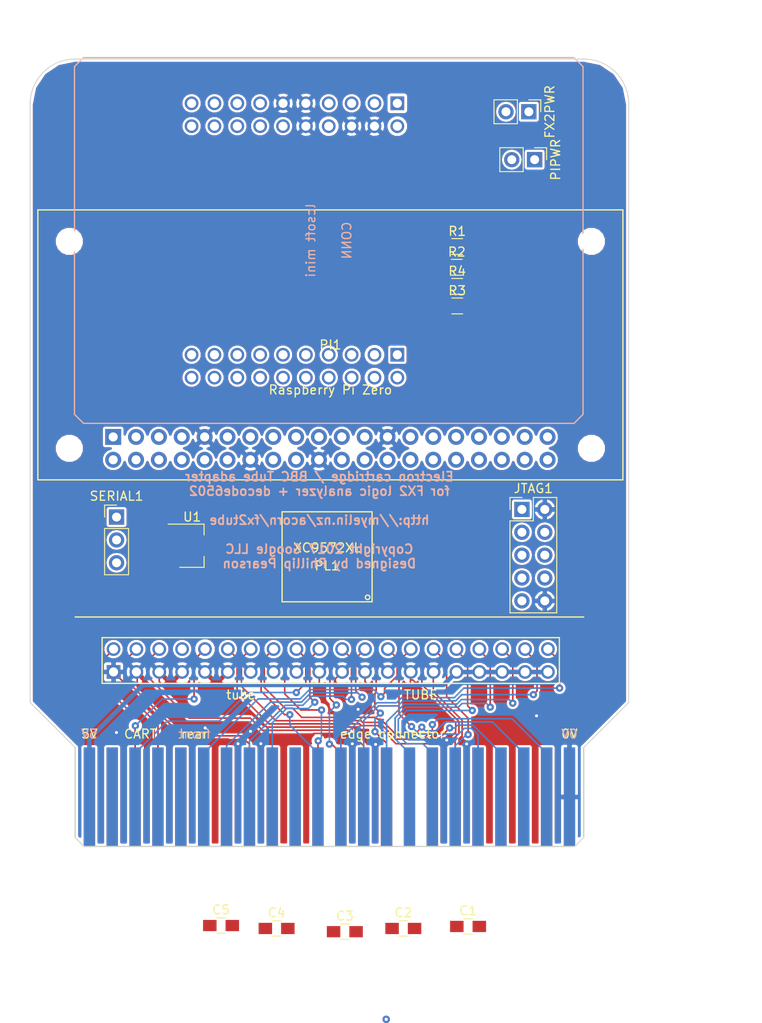
<source format=kicad_pcb>
(kicad_pcb (version 4) (host pcbnew 4.0.6)
  (layers (0 F.Cu signal) (31 B.Cu signal) (34 B.Paste user) (35 F.Paste user) (36 B.SilkS user) (37 F.SilkS user) (38 B.Mask user) (39 F.Mask user) (44 Edge.Cuts user))
  (net 0 "")
  (net 1 5V)
  (net 2 GND)
  (net 3 cpu_nRST)
  (net 4 cpu_D3)
  (net 5 cpu_RnW)
  (net 6 cpu_D7)
  (net 7 cpu_D6)
  (net 8 cpu_CLK)
  (net 9 cpu_D5)
  (net 10 cpu_D4)
  (net 11 cpu_A6)
  (net 12 cpu_A5)
  (net 13 cpu_A4)
  (net 14 cpu_A3)
  (net 15 cpu_A2)
  (net 16 cpu_A1)
  (net 17 cpu_A0)
  (net 18 cpu_D0)
  (net 19 cpu_D2)
  (net 20 cpu_D1)
  (net 21 elk_16MHz)
  (net 22 cpu_nIRQ)
  (net 23 elk_nINFC)
  (net 24 tube_nTUBE)
  (net 25 3V3)
  (net 26 cpu_READY)
  (net 27 cpu_nNMI)
  (net 28 cpu_SYNC)
  (net 29 cpu_CLK_jumper)
  (net 30 cpu_A7)
  (net 31 analyzer_PA6)
  (net 32 analyzer_PA4)
  (net 33 analyzer_PA2)
  (net 34 analyzer_PA5)
  (net 35 cpld_TDI)
  (net 36 cpld_TMS)
  (net 37 cpld_TCK)
  (net 38 tube_CLK)
  (net 39 tube_D3)
  (net 40 tube_D0)
  (net 41 tube_D1)
  (net 42 cpld_TDO)
  (net 43 tube_D7)
  (net 44 tube_D2)
  (net 45 tube_D6)
  (net 46 tube_D4)
  (net 47 tube_D5)
  (net 48 tube_A0)
  (net 49 tube_RnW)
  (net 50 tube_A2)
  (net 51 tube_A1)
  (net 52 3V3_FX2)
  (net 53 5V_PI)
  (net 54 pi_serial_GND)
  (net 55 tube_nRST)
  (net 56 pi_serial_TX)
  (net 57 pi_serial_RX)
  (net 58 3V3_PI)
  (net 59 tube_PHI0)
  (net 60 bbc_nTUBE)
  (module myelin-kicad:acorn_electron_cartridge_edge_connector (layer F.Cu) (at 79 91)
    (fp_text reference CART (at -21 -7) (layer F.SilkS))
    (fp_text value "edge connector" (at 7 -7) (layer F.SilkS))
    (fp_text user rear (at -15 -7) (layer F.SilkS))
    (fp_text user front (at -15 -7) (layer B.SilkS) (effects (justify mirror)))
    (fp_text user 5V (at -26.67 -7) (layer F.SilkS))
    (fp_text user 5V (at -26.67 -7) (layer B.SilkS) (effects (justify mirror)))
    (fp_text user 0V (at 26.67 -7) (layer F.SilkS))
    (fp_text user 0V (at 26.67 -7) (layer B.SilkS) (effects (justify mirror)))
    (fp_line (start -28.25 -5.5) (end -28.25 4.5) (layer Edge.Cuts) (width 0.15))
    (fp_line (start -28.25 4.5) (end -27.25 5.5) (layer Edge.Cuts) (width 0.15))
    (fp_line (start -27.25 5.5) (end 27.25 5.5) (layer Edge.Cuts) (width 0.15))
    (fp_line (start 27.25 5.5) (end 28.25 4.5) (layer Edge.Cuts) (width 0.15))
    (fp_line (start 28.25 4.5) (end 28.25 -5.5) (layer Edge.Cuts) (width 0.15))
    (pad A1 smd rect (at -26.67 0) (size 1.27 11) (layers F.Cu F.Mask) (net 1 5V))
    (pad B1 smd rect (at -26.67 0) (size 1.27 11) (layers B.Cu B.Mask) (net 1 5V))
    (pad A2 smd rect (at -24.13 0) (size 1.27 11) (layers F.Cu F.Mask))
    (pad B2 smd rect (at -24.13 0) (size 1.27 11) (layers B.Cu B.Mask))
    (pad A3 smd rect (at -21.59 0) (size 1.27 11) (layers F.Cu F.Mask) (net 3 cpu_nRST))
    (pad B3 smd rect (at -21.59 0) (size 1.27 11) (layers B.Cu B.Mask) (net 4 cpu_D3))
    (pad A4 smd rect (at -19.05 0) (size 1.27 11) (layers F.Cu F.Mask) (net 5 cpu_RnW))
    (pad B4 smd rect (at -19.05 0) (size 1.27 11) (layers B.Cu B.Mask))
    (pad A5 smd rect (at -16.51 0) (size 1.27 11) (layers F.Cu F.Mask))
    (pad B5 smd rect (at -16.51 0) (size 1.27 11) (layers B.Cu B.Mask))
    (pad A6 smd rect (at -13.97 0) (size 1.27 11) (layers F.Cu F.Mask))
    (pad B6 smd rect (at -13.97 0) (size 1.27 11) (layers B.Cu B.Mask) (net 6 cpu_D7))
    (pad A7 smd rect (at -11.43 0) (size 1.27 11) (layers F.Cu F.Mask))
    (pad B7 smd rect (at -11.43 0) (size 1.27 11) (layers B.Cu B.Mask) (net 7 cpu_D6))
    (pad A8 smd rect (at -8.89 0) (size 1.27 11) (layers F.Cu F.Mask) (net 8 cpu_CLK))
    (pad B8 smd rect (at -8.89 0) (size 1.27 11) (layers B.Cu B.Mask) (net 9 cpu_D5))
    (pad A9 smd rect (at -6.35 0) (size 1.27 11) (layers F.Cu F.Mask))
    (pad B9 smd rect (at -6.35 0) (size 1.27 11) (layers B.Cu B.Mask) (net 10 cpu_D4))
    (pad A10 smd rect (at -3.81 0) (size 1.27 11) (layers F.Cu F.Mask))
    (pad B10 smd rect (at -3.81 0) (size 1.27 11) (layers B.Cu B.Mask))
    (pad A11 smd rect (at -1.27 0) (size 1.27 11) (layers F.Cu F.Mask) (net 26 cpu_READY))
    (pad B11 smd rect (at -1.27 0) (size 1.27 11) (layers B.Cu B.Mask) (net 30 cpu_A7))
    (pad A12 smd rect (at 1.27 0) (size 1.27 11) (layers F.Cu F.Mask) (net 27 cpu_nNMI))
    (pad B12 smd rect (at 1.27 0) (size 1.27 11) (layers B.Cu B.Mask) (net 11 cpu_A6))
    (pad A13 smd rect (at 3.81 0) (size 1.27 11) (layers F.Cu F.Mask) (net 22 cpu_nIRQ))
    (pad B13 smd rect (at 3.81 0) (size 1.27 11) (layers B.Cu B.Mask) (net 12 cpu_A5))
    (pad A14 smd rect (at 6.35 0) (size 1.27 11) (layers F.Cu F.Mask) (net 23 elk_nINFC))
    (pad B14 smd rect (at 6.35 0) (size 1.27 11) (layers B.Cu B.Mask) (net 13 cpu_A4))
    (pad A15 smd rect (at 8.89 0) (size 1.27 11) (layers F.Cu F.Mask))
    (pad B15 smd rect (at 8.89 0) (size 1.27 11) (layers B.Cu B.Mask) (net 14 cpu_A3))
    (pad A16 smd rect (at 11.43 0) (size 1.27 11) (layers F.Cu F.Mask))
    (pad B16 smd rect (at 11.43 0) (size 1.27 11) (layers B.Cu B.Mask) (net 15 cpu_A2))
    (pad A17 smd rect (at 13.97 0) (size 1.27 11) (layers F.Cu F.Mask) (net 21 elk_16MHz))
    (pad B17 smd rect (at 13.97 0) (size 1.27 11) (layers B.Cu B.Mask) (net 16 cpu_A1))
    (pad A18 smd rect (at 16.51 0) (size 1.27 11) (layers F.Cu F.Mask))
    (pad B18 smd rect (at 16.51 0) (size 1.27 11) (layers B.Cu B.Mask) (net 17 cpu_A0))
    (pad A19 smd rect (at 19.05 0) (size 1.27 11) (layers F.Cu F.Mask))
    (pad B19 smd rect (at 19.05 0) (size 1.27 11) (layers B.Cu B.Mask) (net 18 cpu_D0))
    (pad A20 smd rect (at 21.59 0) (size 1.27 11) (layers F.Cu F.Mask))
    (pad B20 smd rect (at 21.59 0) (size 1.27 11) (layers B.Cu B.Mask) (net 19 cpu_D2))
    (pad A21 smd rect (at 24.13 0) (size 1.27 11) (layers F.Cu F.Mask))
    (pad B21 smd rect (at 24.13 0) (size 1.27 11) (layers B.Cu B.Mask) (net 20 cpu_D1))
    (pad A22 smd rect (at 26.67 0) (size 1.27 11) (layers F.Cu F.Mask) (net 2 GND))
    (pad B22 smd rect (at 26.67 0) (size 1.27 11) (layers B.Cu B.Mask) (net 2 GND))
  )
  (module Resistors_SMD:R_0805_HandSoldering (layer F.Cu) (at 93.19388 29.83484)
    (fp_text reference R1 (at 0 -1.7) (layer F.SilkS))
    (fp_text value 1k)
    (pad 1 smd rect (at -1.35 0) (size 1.5 1.3) (layers F.Cu F.Paste F.Mask) (net 31 analyzer_PA6))
    (pad 2 smd rect (at 1.35 0) (size 1.5 1.3) (layers F.Cu F.Paste F.Mask) (net 25 3V3))
  )
  (module Resistors_SMD:R_0805_HandSoldering (layer F.Cu) (at 93.1507 32.13862)
    (fp_text reference R2 (at 0 -1.7) (layer F.SilkS))
    (fp_text value 1k)
    (pad 1 smd rect (at -1.35 0) (size 1.5 1.3) (layers F.Cu F.Paste F.Mask) (net 34 analyzer_PA5))
    (pad 2 smd rect (at 1.35 0) (size 1.5 1.3) (layers F.Cu F.Paste F.Mask) (net 25 3V3))
  )
  (module Resistors_SMD:R_0805_HandSoldering (layer F.Cu) (at 93.19896 36.4363)
    (fp_text reference R3 (at 0 -1.7) (layer F.SilkS))
    (fp_text value 1k)
    (pad 1 smd rect (at -1.35 0) (size 1.5 1.3) (layers F.Cu F.Paste F.Mask) (net 32 analyzer_PA4))
    (pad 2 smd rect (at 1.35 0) (size 1.5 1.3) (layers F.Cu F.Paste F.Mask) (net 2 GND))
  )
  (module Resistors_SMD:R_0805_HandSoldering (layer F.Cu) (at 93.19388 34.2646)
    (fp_text reference R4 (at 0 -1.7) (layer F.SilkS))
    (fp_text value 1k)
    (pad 1 smd rect (at -1.35 0) (size 1.5 1.3) (layers F.Cu F.Paste F.Mask) (net 33 analyzer_PA2))
    (pad 2 smd rect (at 1.35 0) (size 1.5 1.3) (layers F.Cu F.Paste F.Mask) (net 25 3V3))
  )
  (module myelin-kicad:via_single (layer F.Cu) (at 68.84162 85.07984)
    (fp_text reference staple_single1 hide)
    (fp_text value "" hide)
    (pad 1 thru_hole circle (at 0 0) (size 0.8128 0.8128) (drill 0.3302) (layers *.Cu) (net 2 GND))
  )
  (module myelin-kicad:via_single (layer F.Cu) (at 71.37654 85.0773)
    (fp_text reference staple_single2 hide)
    (fp_text value "" hide)
    (pad 1 thru_hole circle (at 0 0) (size 0.8128 0.8128) (drill 0.3302) (layers *.Cu) (net 2 GND))
  )
  (module myelin-kicad:via_single (layer F.Cu) (at 92.02928 84.67852)
    (fp_text reference staple_single3 hide)
    (fp_text value "" hide)
    (pad 1 thru_hole circle (at 0 0) (size 0.8128 0.8128) (drill 0.3302) (layers *.Cu) (net 2 GND))
  )
  (module myelin-kicad:via_single (layer F.Cu) (at 94.23908 85.11032)
    (fp_text reference staple_single4 hide)
    (fp_text value "" hide)
    (pad 1 thru_hole circle (at 0 0) (size 0.8128 0.8128) (drill 0.3302) (layers *.Cu) (net 2 GND))
  )
  (module myelin-kicad:via_single (layer F.Cu) (at 81.54162 85.09)
    (fp_text reference staple_single5 hide)
    (fp_text value "" hide)
    (pad 1 thru_hole circle (at 0 0) (size 0.8128 0.8128) (drill 0.3302) (layers *.Cu) (net 2 GND))
  )
  (module myelin-kicad:via_single (layer F.Cu) (at 84.12734 85.15604)
    (fp_text reference staple_single6 hide)
    (fp_text value "" hide)
    (pad 1 thru_hole circle (at 0 0) (size 0.8128 0.8128) (drill 0.3302) (layers *.Cu) (net 2 GND))
  )
  (module myelin-kicad:via_single (layer F.Cu) (at 55.3339 83.83778)
    (fp_text reference staple_single7 hide)
    (fp_text value "" hide)
    (pad 1 thru_hole circle (at 0 0) (size 0.8128 0.8128) (drill 0.3302) (layers *.Cu) (net 2 GND))
  )
  (module myelin-kicad:via_single (layer F.Cu) (at 65.19164 83.3247)
    (fp_text reference staple_single8 hide)
    (fp_text value "" hide)
    (pad 1 thru_hole circle (at 0 0) (size 0.8128 0.8128) (drill 0.3302) (layers *.Cu) (net 2 GND))
  )
  (module myelin-kicad:via_single (layer F.Cu) (at 70.23354 83.70824)
    (fp_text reference staple_single9 hide)
    (fp_text value "" hide)
    (pad 1 thru_hole circle (at 0 0) (size 0.8128 0.8128) (drill 0.3302) (layers *.Cu) (net 2 GND))
  )
  (module myelin-kicad:via_single (layer F.Cu) (at 82.18678 81.26222)
    (fp_text reference staple_single10 hide)
    (fp_text value "" hide)
    (pad 1 thru_hole circle (at 0 0) (size 0.8128 0.8128) (drill 0.3302) (layers *.Cu) (net 2 GND))
  )
  (module myelin-kicad:via_single (layer F.Cu) (at 102.00894 81.98104)
    (fp_text reference staple_single11 hide)
    (fp_text value "" hide)
    (pad 1 thru_hole circle (at 0 0) (size 0.8128 0.8128) (drill 0.3302) (layers *.Cu) (net 2 GND))
  )
  (module myelin-kicad:via_single (layer F.Cu) (at 85.30936 115.709781)
    (fp_text reference staple_single12 hide)
    (fp_text value "" hide)
    (pad 1 thru_hole circle (at 0 0) (size 0.8128 0.8128) (drill 0.3302) (layers *.Cu) (net 2 GND))
  )
  (module myelin-kicad:via_single (layer F.Cu) (at 85.30936 115.709781)
    (fp_text reference staple_single13 hide)
    (fp_text value "" hide)
    (pad 1 thru_hole circle (at 0 0) (size 0.8128 0.8128) (drill 0.3302) (layers *.Cu) (net 2 GND))
  )
  (module myelin-kicad:via_single (layer F.Cu) (at 85.30936 115.709781)
    (fp_text reference staple_single14 hide)
    (fp_text value "" hide)
    (pad 1 thru_hole circle (at 0 0) (size 0.8128 0.8128) (drill 0.3302) (layers *.Cu) (net 2 GND))
  )
  (module myelin-kicad:via_single (layer F.Cu) (at 85.30936 115.709781)
    (fp_text reference staple_single15 hide)
    (fp_text value "" hide)
    (pad 1 thru_hole circle (at 0 0) (size 0.8128 0.8128) (drill 0.3302) (layers *.Cu) (net 2 GND))
  )
  (module myelin-kicad:via_single (layer F.Cu) (at 85.30936 115.709781)
    (fp_text reference staple_single16 hide)
    (fp_text value "" hide)
    (pad 1 thru_hole circle (at 0 0) (size 0.8128 0.8128) (drill 0.3302) (layers *.Cu) (net 2 GND))
  )
  (module myelin-kicad:via_single (layer F.Cu) (at 85.30936 115.709781)
    (fp_text reference staple_single17 hide)
    (fp_text value "" hide)
    (pad 1 thru_hole circle (at 0 0) (size 0.8128 0.8128) (drill 0.3302) (layers *.Cu) (net 2 GND))
  )
  (module myelin-kicad:via_single (layer F.Cu) (at 85.30936 115.709781)
    (fp_text reference staple_single18 hide)
    (fp_text value "" hide)
    (pad 1 thru_hole circle (at 0 0) (size 0.8128 0.8128) (drill 0.3302) (layers *.Cu) (net 2 GND))
  )
  (module myelin-kicad:via_single (layer F.Cu) (at 85.30936 115.709781)
    (fp_text reference staple_single19 hide)
    (fp_text value "" hide)
    (pad 1 thru_hole circle (at 0 0) (size 0.8128 0.8128) (drill 0.3302) (layers *.Cu) (net 2 GND))
  )
  (module myelin-kicad:via_single (layer F.Cu) (at 85.30936 115.709781)
    (fp_text reference staple_single20 hide)
    (fp_text value "" hide)
    (pad 1 thru_hole circle (at 0 0) (size 0.8128 0.8128) (drill 0.3302) (layers *.Cu) (net 2 GND))
  )
  (module myelin-kicad:header_2x20_100mil (layer F.Cu) (at 79.14386 75.83424)
    (fp_text reference TUBE (at 10 3.81) (layer F.SilkS))
    (fp_text value tube (at -10 3.81) (layer F.SilkS))
    (pad 1 thru_hole rect (at -24.13 1.27) (size 1.524 1.524) (drill 1.016) (layers *.Cu *.Mask) (net 2 GND))
    (pad 2 thru_hole circle (at -24.13 -1.27) (size 1.524 1.524) (drill 1.016) (layers *.Cu *.Mask) (net 5 cpu_RnW))
    (pad 3 thru_hole circle (at -21.59 1.27) (size 1.524 1.524) (drill 1.016) (layers *.Cu *.Mask) (net 2 GND))
    (pad 4 thru_hole circle (at -21.59 -1.27) (size 1.524 1.524) (drill 1.016) (layers *.Cu *.Mask) (net 8 cpu_CLK))
    (pad 5 thru_hole circle (at -19.05 1.27) (size 1.524 1.524) (drill 1.016) (layers *.Cu *.Mask) (net 2 GND))
    (pad 6 thru_hole circle (at -19.05 -1.27) (size 1.524 1.524) (drill 1.016) (layers *.Cu *.Mask) (net 22 cpu_nIRQ))
    (pad 7 thru_hole circle (at -16.51 1.27) (size 1.524 1.524) (drill 1.016) (layers *.Cu *.Mask) (net 2 GND))
    (pad 8 thru_hole circle (at -16.51 -1.27) (size 1.524 1.524) (drill 1.016) (layers *.Cu *.Mask) (net 60 bbc_nTUBE))
    (pad 9 thru_hole circle (at -13.97 1.27) (size 1.524 1.524) (drill 1.016) (layers *.Cu *.Mask) (net 2 GND))
    (pad 10 thru_hole circle (at -13.97 -1.27) (size 1.524 1.524) (drill 1.016) (layers *.Cu *.Mask) (net 3 cpu_nRST))
    (pad 11 thru_hole circle (at -11.43 1.27) (size 1.524 1.524) (drill 1.016) (layers *.Cu *.Mask) (net 2 GND))
    (pad 12 thru_hole circle (at -11.43 -1.27) (size 1.524 1.524) (drill 1.016) (layers *.Cu *.Mask) (net 18 cpu_D0))
    (pad 13 thru_hole circle (at -8.89 1.27) (size 1.524 1.524) (drill 1.016) (layers *.Cu *.Mask) (net 2 GND))
    (pad 14 thru_hole circle (at -8.89 -1.27) (size 1.524 1.524) (drill 1.016) (layers *.Cu *.Mask) (net 20 cpu_D1))
    (pad 15 thru_hole circle (at -6.35 1.27) (size 1.524 1.524) (drill 1.016) (layers *.Cu *.Mask) (net 2 GND))
    (pad 16 thru_hole circle (at -6.35 -1.27) (size 1.524 1.524) (drill 1.016) (layers *.Cu *.Mask) (net 19 cpu_D2))
    (pad 17 thru_hole circle (at -3.81 1.27) (size 1.524 1.524) (drill 1.016) (layers *.Cu *.Mask) (net 2 GND))
    (pad 18 thru_hole circle (at -3.81 -1.27) (size 1.524 1.524) (drill 1.016) (layers *.Cu *.Mask) (net 4 cpu_D3))
    (pad 19 thru_hole circle (at -1.27 1.27) (size 1.524 1.524) (drill 1.016) (layers *.Cu *.Mask) (net 2 GND))
    (pad 20 thru_hole circle (at -1.27 -1.27) (size 1.524 1.524) (drill 1.016) (layers *.Cu *.Mask) (net 10 cpu_D4))
    (pad 21 thru_hole circle (at 1.27 1.27) (size 1.524 1.524) (drill 1.016) (layers *.Cu *.Mask) (net 2 GND))
    (pad 22 thru_hole circle (at 1.27 -1.27) (size 1.524 1.524) (drill 1.016) (layers *.Cu *.Mask) (net 9 cpu_D5))
    (pad 23 thru_hole circle (at 3.81 1.27) (size 1.524 1.524) (drill 1.016) (layers *.Cu *.Mask) (net 2 GND))
    (pad 24 thru_hole circle (at 3.81 -1.27) (size 1.524 1.524) (drill 1.016) (layers *.Cu *.Mask) (net 7 cpu_D6))
    (pad 25 thru_hole circle (at 6.35 1.27) (size 1.524 1.524) (drill 1.016) (layers *.Cu *.Mask) (net 2 GND))
    (pad 26 thru_hole circle (at 6.35 -1.27) (size 1.524 1.524) (drill 1.016) (layers *.Cu *.Mask) (net 6 cpu_D7))
    (pad 27 thru_hole circle (at 8.89 1.27) (size 1.524 1.524) (drill 1.016) (layers *.Cu *.Mask) (net 2 GND))
    (pad 28 thru_hole circle (at 8.89 -1.27) (size 1.524 1.524) (drill 1.016) (layers *.Cu *.Mask) (net 17 cpu_A0))
    (pad 29 thru_hole circle (at 11.43 1.27) (size 1.524 1.524) (drill 1.016) (layers *.Cu *.Mask) (net 2 GND))
    (pad 30 thru_hole circle (at 11.43 -1.27) (size 1.524 1.524) (drill 1.016) (layers *.Cu *.Mask) (net 16 cpu_A1))
    (pad 31 thru_hole circle (at 13.97 1.27) (size 1.524 1.524) (drill 1.016) (layers *.Cu *.Mask) (net 1 5V))
    (pad 32 thru_hole circle (at 13.97 -1.27) (size 1.524 1.524) (drill 1.016) (layers *.Cu *.Mask) (net 15 cpu_A2))
    (pad 33 thru_hole circle (at 16.51 1.27) (size 1.524 1.524) (drill 1.016) (layers *.Cu *.Mask) (net 1 5V))
    (pad 34 thru_hole circle (at 16.51 -1.27) (size 1.524 1.524) (drill 1.016) (layers *.Cu *.Mask) (net 14 cpu_A3))
    (pad 35 thru_hole circle (at 19.05 1.27) (size 1.524 1.524) (drill 1.016) (layers *.Cu *.Mask) (net 1 5V))
    (pad 36 thru_hole circle (at 19.05 -1.27) (size 1.524 1.524) (drill 1.016) (layers *.Cu *.Mask) (net 13 cpu_A4))
    (pad 37 thru_hole circle (at 21.59 1.27) (size 1.524 1.524) (drill 1.016) (layers *.Cu *.Mask) (net 1 5V))
    (pad 38 thru_hole circle (at 21.59 -1.27) (size 1.524 1.524) (drill 1.016) (layers *.Cu *.Mask) (net 12 cpu_A5))
    (pad 39 thru_hole circle (at 24.13 1.27) (size 1.524 1.524) (drill 1.016) (layers *.Cu *.Mask) (net 1 5V))
    (pad 40 thru_hole circle (at 24.13 -1.27) (size 1.524 1.524) (drill 1.016) (layers *.Cu *.Mask) (net 11 cpu_A6))
  )
  (module Capacitors_SMD:C_0805_HandSoldering (layer F.Cu) (at 94.40132 105.38714)
    (fp_text reference C1 (at 0 -1.75) (layer F.SilkS))
    (fp_text value 100n)
    (pad 1 smd rect (at -1.25 0) (size 1.5 1.25) (layers F.Cu F.Paste F.Mask) (net 25 3V3))
    (pad 2 smd rect (at 1.25 0) (size 1.5 1.25) (layers F.Cu F.Paste F.Mask) (net 2 GND))
  )
  (module Capacitors_SMD:C_0805_HandSoldering (layer F.Cu) (at 87.20836 105.61066)
    (fp_text reference C2 (at 0 -1.75) (layer F.SilkS))
    (fp_text value 100n)
    (pad 1 smd rect (at -1.25 0) (size 1.5 1.25) (layers F.Cu F.Paste F.Mask) (net 25 3V3))
    (pad 2 smd rect (at 1.25 0) (size 1.5 1.25) (layers F.Cu F.Paste F.Mask) (net 2 GND))
  )
  (module Capacitors_SMD:C_0805_HandSoldering (layer F.Cu) (at 80.71104 105.9688)
    (fp_text reference C3 (at 0 -1.75) (layer F.SilkS))
    (fp_text value 1u)
    (pad 1 smd rect (at -1.25 0) (size 1.5 1.25) (layers F.Cu F.Paste F.Mask) (net 25 3V3))
    (pad 2 smd rect (at 1.25 0) (size 1.5 1.25) (layers F.Cu F.Paste F.Mask) (net 2 GND))
  )
  (module Capacitors_SMD:C_0805_HandSoldering (layer F.Cu) (at 73.12882 105.61066)
    (fp_text reference C4 (at 0 -1.75) (layer F.SilkS))
    (fp_text value 1u)
    (pad 1 smd rect (at -1.25 0) (size 1.5 1.25) (layers F.Cu F.Paste F.Mask) (net 2 GND))
    (pad 2 smd rect (at 1.25 0) (size 1.5 1.25) (layers F.Cu F.Paste F.Mask) (net 1 5V))
  )
  (module Capacitors_SMD:C_0805_HandSoldering (layer F.Cu) (at 66.95916 105.28554)
    (fp_text reference C5 (at 0 -1.75) (layer F.SilkS))
    (fp_text value 1u)
    (pad 1 smd rect (at -1.25 0) (size 1.5 1.25) (layers F.Cu F.Paste F.Mask) (net 25 3V3))
    (pad 2 smd rect (at 1.25 0) (size 1.5 1.25) (layers F.Cu F.Paste F.Mask) (net 2 GND))
  )
  (module myelin-kicad:xilinx_vqg44 (layer F.Cu) (at 78.74 64.31 180)
    (fp_text reference PL1 (at 0 -1 180) (layer F.SilkS))
    (fp_text value XC9572XL (at 0 1 180) (layer F.SilkS))
    (pad 1 smd rect (at -6 -4 180) (size 2 0.5) (layers F.Cu F.Paste F.Mask) (net 8 cpu_CLK))
    (pad 2 smd rect (at -6 -3.2 180) (size 2 0.5) (layers F.Cu F.Paste F.Mask) (net 10 cpu_D4))
    (pad 3 smd rect (at -6 -2.4 180) (size 2 0.5) (layers F.Cu F.Paste F.Mask) (net 30 cpu_A7))
    (pad 4 smd rect (at -6 -1.6 180) (size 2 0.5) (layers F.Cu F.Paste F.Mask) (net 2 GND))
    (pad 5 smd rect (at -6 -0.8 180) (size 2 0.5) (layers F.Cu F.Paste F.Mask) (net 11 cpu_A6))
    (pad 6 smd rect (at -6 0 180) (size 2 0.5) (layers F.Cu F.Paste F.Mask) (net 12 cpu_A5))
    (pad 7 smd rect (at -6 0.8 180) (size 2 0.5) (layers F.Cu F.Paste F.Mask) (net 13 cpu_A4))
    (pad 8 smd rect (at -6 1.6 180) (size 2 0.5) (layers F.Cu F.Paste F.Mask) (net 23 elk_nINFC))
    (pad 9 smd rect (at -6 2.4 180) (size 2 0.5) (layers F.Cu F.Paste F.Mask) (net 35 cpld_TDI))
    (pad 10 smd rect (at -6 3.2 180) (size 2 0.5) (layers F.Cu F.Paste F.Mask) (net 36 cpld_TMS))
    (pad 11 smd rect (at -6 4 180) (size 2 0.5) (layers F.Cu F.Paste F.Mask) (net 37 cpld_TCK))
    (pad 12 smd rect (at -4 6 180) (size 0.5 2) (layers F.Cu F.Paste F.Mask) (net 15 cpu_A2))
    (pad 13 smd rect (at -3.2 6 180) (size 0.5 2) (layers F.Cu F.Paste F.Mask) (net 16 cpu_A1))
    (pad 14 smd rect (at -2.4 6 180) (size 0.5 2) (layers F.Cu F.Paste F.Mask) (net 17 cpu_A0))
    (pad 15 smd rect (at -1.6 6 180) (size 0.5 2) (layers F.Cu F.Paste F.Mask) (net 25 3V3))
    (pad 16 smd rect (at -0.8 6 180) (size 0.5 2) (layers F.Cu F.Paste F.Mask) (net 18 cpu_D0))
    (pad 17 smd rect (at 0 6 180) (size 0.5 2) (layers F.Cu F.Paste F.Mask) (net 2 GND))
    (pad 18 smd rect (at 0.8 6 180) (size 0.5 2) (layers F.Cu F.Paste F.Mask) (net 19 cpu_D2))
    (pad 19 smd rect (at 1.6 6 180) (size 0.5 2) (layers F.Cu F.Paste F.Mask) (net 20 cpu_D1))
    (pad 20 smd rect (at 2.4 6 180) (size 0.5 2) (layers F.Cu F.Paste F.Mask) (net 38 tube_CLK))
    (pad 21 smd rect (at 3.2 6 180) (size 0.5 2) (layers F.Cu F.Paste F.Mask) (net 39 tube_D3))
    (pad 22 smd rect (at 4 6 180) (size 0.5 2) (layers F.Cu F.Paste F.Mask) (net 40 tube_D0))
    (pad 23 smd rect (at 6 4 180) (size 2 0.5) (layers F.Cu F.Paste F.Mask) (net 41 tube_D1))
    (pad 24 smd rect (at 6 3.2 180) (size 2 0.5) (layers F.Cu F.Paste F.Mask) (net 42 cpld_TDO))
    (pad 25 smd rect (at 6 2.4 180) (size 2 0.5) (layers F.Cu F.Paste F.Mask) (net 2 GND))
    (pad 26 smd rect (at 6 1.6 180) (size 2 0.5) (layers F.Cu F.Paste F.Mask) (net 25 3V3))
    (pad 27 smd rect (at 6 0.8 180) (size 2 0.5) (layers F.Cu F.Paste F.Mask) (net 43 tube_D7))
    (pad 28 smd rect (at 6 0 180) (size 2 0.5) (layers F.Cu F.Paste F.Mask) (net 44 tube_D2))
    (pad 29 smd rect (at 6 -0.8 180) (size 2 0.5) (layers F.Cu F.Paste F.Mask) (net 45 tube_D6))
    (pad 30 smd rect (at 6 -1.6 180) (size 2 0.5) (layers F.Cu F.Paste F.Mask) (net 46 tube_D4))
    (pad 31 smd rect (at 6 -2.4 180) (size 2 0.5) (layers F.Cu F.Paste F.Mask) (net 47 tube_D5))
    (pad 32 smd rect (at 6 -3.2 180) (size 2 0.5) (layers F.Cu F.Paste F.Mask) (net 48 tube_A0))
    (pad 33 smd rect (at 6 -4 180) (size 2 0.5) (layers F.Cu F.Paste F.Mask) (net 24 tube_nTUBE))
    (pad 34 smd rect (at 4 -6 180) (size 0.5 2) (layers F.Cu F.Paste F.Mask) (net 49 tube_RnW))
    (pad 35 smd rect (at 3.2 -6 180) (size 0.5 2) (layers F.Cu F.Paste F.Mask) (net 25 3V3))
    (pad 36 smd rect (at 2.4 -6 180) (size 0.5 2) (layers F.Cu F.Paste F.Mask) (net 60 bbc_nTUBE))
    (pad 37 smd rect (at 1.6 -6 180) (size 0.5 2) (layers F.Cu F.Paste F.Mask) (net 50 tube_A2))
    (pad 38 smd rect (at 0.8 -6 180) (size 0.5 2) (layers F.Cu F.Paste F.Mask) (net 51 tube_A1))
    (pad 39 smd rect (at 0 -6 180) (size 0.5 2) (layers F.Cu F.Paste F.Mask) (net 4 cpu_D3))
    (pad 40 smd rect (at -0.8 -6 180) (size 0.5 2) (layers F.Cu F.Paste F.Mask) (net 9 cpu_D5))
    (pad 41 smd rect (at -1.6 -6 180) (size 0.5 2) (layers F.Cu F.Paste F.Mask) (net 5 cpu_RnW))
    (pad 42 smd rect (at -2.4 -6 180) (size 0.5 2) (layers F.Cu F.Paste F.Mask) (net 6 cpu_D7))
    (pad 43 smd rect (at -3.2 -6 180) (size 0.5 2) (layers F.Cu F.Paste F.Mask) (net 7 cpu_D6))
    (pad 44 smd rect (at -4 -6 180) (size 0.5 2) (layers F.Cu F.Paste F.Mask) (net 21 elk_16MHz))
  )
  (module TO_SOT_Packages_SMD:SOT-89-3 (layer F.Cu) (at 63.29426 63.0809)
    (fp_text reference U1 (at 0.45 -3.2) (layer F.SilkS))
    (fp_text value MCP1700T-3302E/MB)
    (pad 2 smd trapezoid (at 2.667 0 270) (size 1.6 0.85) (rect_delta 0 0.6) (layers F.Cu F.Paste F.Mask) (net 1 5V))
    (pad 1 smd rect (at -1.48 -1.5 270) (size 1 1.5) (layers F.Cu F.Paste F.Mask) (net 2 GND))
    (pad 2 smd rect (at -1.3335 0 270) (size 1 1.8) (layers F.Cu F.Paste F.Mask) (net 1 5V))
    (pad 3 smd rect (at -1.48 1.5 270) (size 1 1.5) (layers F.Cu F.Paste F.Mask) (net 25 3V3))
    (pad 2 smd rect (at 1.3335 0 270) (size 2.2 1.84) (layers F.Cu F.Paste F.Mask) (net 1 5V))
    (pad 2 smd trapezoid (at -0.0762 0 90) (size 1.5 1) (rect_delta 0 0.7) (layers F.Cu F.Paste F.Mask) (net 1 5V))
  )
  (module Pin_Headers:Pin_Header_Straight_2x05_Pitch2.54mm (layer F.Cu) (at 100.38588 59.04738)
    (fp_text reference JTAG1 (at 1.27 -2.33) (layer F.SilkS))
    (fp_text value jtag)
    (pad 1 thru_hole rect (at 0 0) (size 1.7 1.7) (drill 1) (layers *.Cu *.Mask) (net 37 cpld_TCK))
    (pad 2 thru_hole oval (at 2.54 0) (size 1.7 1.7) (drill 1) (layers *.Cu *.Mask) (net 2 GND))
    (pad 3 thru_hole oval (at 0 2.54) (size 1.7 1.7) (drill 1) (layers *.Cu *.Mask) (net 42 cpld_TDO))
    (pad 4 thru_hole oval (at 2.54 2.54) (size 1.7 1.7) (drill 1) (layers *.Cu *.Mask) (net 25 3V3))
    (pad 5 thru_hole oval (at 0 5.08) (size 1.7 1.7) (drill 1) (layers *.Cu *.Mask) (net 36 cpld_TMS))
    (pad 6 thru_hole oval (at 2.54 5.08) (size 1.7 1.7) (drill 1) (layers *.Cu *.Mask))
    (pad 7 thru_hole oval (at 0 7.62) (size 1.7 1.7) (drill 1) (layers *.Cu *.Mask))
    (pad 8 thru_hole oval (at 2.54 7.62) (size 1.7 1.7) (drill 1) (layers *.Cu *.Mask))
    (pad 9 thru_hole oval (at 0 10.16) (size 1.7 1.7) (drill 1) (layers *.Cu *.Mask) (net 35 cpld_TDI))
    (pad 10 thru_hole oval (at 2.54 10.16) (size 1.7 1.7) (drill 1) (layers *.Cu *.Mask) (net 2 GND))
  )
  (module Pin_Headers:Pin_Header_Straight_1x02_Pitch2.54mm (layer F.Cu) (at 101.15296 14.85646 270)
    (fp_text reference FX2PWR (at 0 -2.33 270) (layer F.SilkS))
    (fp_text value "Power from FX2")
    (pad 1 thru_hole rect (at 0 0 270) (size 1.7 1.7) (drill 1) (layers *.Cu *.Mask) (net 52 3V3_FX2))
    (pad 2 thru_hole oval (at 0 2.54 270) (size 1.7 1.7) (drill 1) (layers *.Cu *.Mask) (net 25 3V3))
  )
  (module myelin-kicad:raspberry_pi_zero_flipped (layer F.Cu) (at 79.10576 55.7605 180)
    (fp_text reference PI1 (at 0 15 180) (layer F.SilkS))
    (fp_text value "Raspberry Pi Zero" (at 0 10 180) (layer F.SilkS))
    (pad "" np_thru_hole circle (at -29 3.5 180) (size 2.5 2.5) (drill 2.5) (layers *.Cu))
    (pad "" np_thru_hole circle (at 29 3.5 180) (size 2.5 2.5) (drill 2.5) (layers *.Cu))
    (pad "" np_thru_hole circle (at -29 26.5 180) (size 2.5 2.5) (drill 2.5) (layers *.Cu))
    (pad "" np_thru_hole circle (at 29 26.5 180) (size 2.5 2.5) (drill 2.5) (layers *.Cu))
    (pad 1 thru_hole rect (at 24.13 4.77 180) (size 1.778 1.778) (drill 1.016) (layers *.Cu *.Mask))
    (pad 2 thru_hole circle (at 24.13 2.23 180) (size 1.778 1.778) (drill 1.016) (layers *.Cu *.Mask) (net 53 5V_PI))
    (pad 3 thru_hole circle (at 21.59 4.77 180) (size 1.778 1.778) (drill 1.016) (layers *.Cu *.Mask) (net 51 tube_A1))
    (pad 4 thru_hole circle (at 21.59 2.23 180) (size 1.778 1.778) (drill 1.016) (layers *.Cu *.Mask) (net 53 5V_PI))
    (pad 5 thru_hole circle (at 19.05 4.77 180) (size 1.778 1.778) (drill 1.016) (layers *.Cu *.Mask) (net 50 tube_A2))
    (pad 6 thru_hole circle (at 19.05 2.23 180) (size 1.778 1.778) (drill 1.016) (layers *.Cu *.Mask) (net 54 pi_serial_GND))
    (pad 7 thru_hole circle (at 16.51 4.77 180) (size 1.778 1.778) (drill 1.016) (layers *.Cu *.Mask) (net 55 tube_nRST))
    (pad 8 thru_hole circle (at 16.51 2.23 180) (size 1.778 1.778) (drill 1.016) (layers *.Cu *.Mask) (net 56 pi_serial_TX))
    (pad 9 thru_hole circle (at 13.97 4.77 180) (size 1.778 1.778) (drill 1.016) (layers *.Cu *.Mask) (net 2 GND))
    (pad 10 thru_hole circle (at 13.97 2.23 180) (size 1.778 1.778) (drill 1.016) (layers *.Cu *.Mask) (net 57 pi_serial_RX))
    (pad 11 thru_hole circle (at 11.43 4.77 180) (size 1.778 1.778) (drill 1.016) (layers *.Cu *.Mask) (net 24 tube_nTUBE))
    (pad 12 thru_hole circle (at 11.43 2.23 180) (size 1.778 1.778) (drill 1.016) (layers *.Cu *.Mask) (net 49 tube_RnW))
    (pad 13 thru_hole circle (at 8.89 4.77 180) (size 1.778 1.778) (drill 1.016) (layers *.Cu *.Mask) (net 48 tube_A0))
    (pad 14 thru_hole circle (at 8.89 2.23 180) (size 1.778 1.778) (drill 1.016) (layers *.Cu *.Mask) (net 2 GND))
    (pad 15 thru_hole circle (at 6.35 4.77 180) (size 1.778 1.778) (drill 1.016) (layers *.Cu *.Mask) (net 46 tube_D4))
    (pad 16 thru_hole circle (at 6.35 2.23 180) (size 1.778 1.778) (drill 1.016) (layers *.Cu *.Mask) (net 47 tube_D5))
    (pad 17 thru_hole circle (at 3.81 4.77 180) (size 1.778 1.778) (drill 1.016) (layers *.Cu *.Mask) (net 58 3V3_PI))
    (pad 18 thru_hole circle (at 3.81 2.23 180) (size 1.778 1.778) (drill 1.016) (layers *.Cu *.Mask) (net 45 tube_D6))
    (pad 19 thru_hole circle (at 1.27 4.77 180) (size 1.778 1.778) (drill 1.016) (layers *.Cu *.Mask) (net 44 tube_D2))
    (pad 20 thru_hole circle (at 1.27 2.23 180) (size 1.778 1.778) (drill 1.016) (layers *.Cu *.Mask) (net 2 GND))
    (pad 21 thru_hole circle (at -1.27 4.77 180) (size 1.778 1.778) (drill 1.016) (layers *.Cu *.Mask) (net 41 tube_D1))
    (pad 22 thru_hole circle (at -1.27 2.23 180) (size 1.778 1.778) (drill 1.016) (layers *.Cu *.Mask) (net 43 tube_D7))
    (pad 23 thru_hole circle (at -3.81 4.77 180) (size 1.778 1.778) (drill 1.016) (layers *.Cu *.Mask) (net 39 tube_D3))
    (pad 24 thru_hole circle (at -3.81 2.23 180) (size 1.778 1.778) (drill 1.016) (layers *.Cu *.Mask) (net 40 tube_D0))
    (pad 25 thru_hole circle (at -6.35 4.77 180) (size 1.778 1.778) (drill 1.016) (layers *.Cu *.Mask) (net 2 GND))
    (pad 26 thru_hole circle (at -6.35 2.23 180) (size 1.778 1.778) (drill 1.016) (layers *.Cu *.Mask) (net 59 tube_PHI0))
    (pad 27 thru_hole circle (at -8.89 4.77 180) (size 1.778 1.778) (drill 1.016) (layers *.Cu *.Mask))
    (pad 28 thru_hole circle (at -8.89 2.23 180) (size 1.778 1.778) (drill 1.016) (layers *.Cu *.Mask))
    (pad 29 thru_hole circle (at -11.43 4.77 180) (size 1.778 1.778) (drill 1.016) (layers *.Cu *.Mask))
    (pad 30 thru_hole circle (at -11.43 2.23 180) (size 1.778 1.778) (drill 1.016) (layers *.Cu *.Mask))
    (pad 31 thru_hole circle (at -13.97 4.77 180) (size 1.778 1.778) (drill 1.016) (layers *.Cu *.Mask))
    (pad 32 thru_hole circle (at -13.97 2.23 180) (size 1.778 1.778) (drill 1.016) (layers *.Cu *.Mask))
    (pad 33 thru_hole circle (at -16.51 4.77 180) (size 1.778 1.778) (drill 1.016) (layers *.Cu *.Mask))
    (pad 34 thru_hole circle (at -16.51 2.23 180) (size 1.778 1.778) (drill 1.016) (layers *.Cu *.Mask))
    (pad 35 thru_hole circle (at -19.05 4.77 180) (size 1.778 1.778) (drill 1.016) (layers *.Cu *.Mask))
    (pad 36 thru_hole circle (at -19.05 2.23 180) (size 1.778 1.778) (drill 1.016) (layers *.Cu *.Mask))
    (pad 37 thru_hole circle (at -21.59 4.77 180) (size 1.778 1.778) (drill 1.016) (layers *.Cu *.Mask))
    (pad 38 thru_hole circle (at -21.59 2.23 180) (size 1.778 1.778) (drill 1.016) (layers *.Cu *.Mask))
    (pad 39 thru_hole circle (at -24.13 4.77 180) (size 1.778 1.778) (drill 1.016) (layers *.Cu *.Mask))
    (pad 40 thru_hole circle (at -24.13 2.23 180) (size 1.778 1.778) (drill 1.016) (layers *.Cu *.Mask))
  )
  (module Pin_Headers:Pin_Header_Straight_1x02_Pitch2.54mm (layer F.Cu) (at 101.79812 20.1803 270)
    (fp_text reference PIPWR (at 0 -2.33 270) (layer F.SilkS))
    (fp_text value "Power from Pi")
    (pad 1 thru_hole rect (at 0 0 270) (size 1.7 1.7) (drill 1) (layers *.Cu *.Mask) (net 58 3V3_PI))
    (pad 2 thru_hole oval (at 0 2.54 270) (size 1.7 1.7) (drill 1) (layers *.Cu *.Mask) (net 25 3V3))
  )
  (module Pin_Headers:Pin_Header_Straight_1x03_Pitch2.54mm (layer F.Cu) (at 55.34914 59.89574)
    (fp_text reference SERIAL1 (at 0 -2.33) (layer F.SilkS))
    (fp_text value "Pi Serial")
    (pad 1 thru_hole rect (at 0 0) (size 1.7 1.7) (drill 1) (layers *.Cu *.Mask) (net 54 pi_serial_GND))
    (pad 2 thru_hole oval (at 0 2.54) (size 1.7 1.7) (drill 1) (layers *.Cu *.Mask) (net 56 pi_serial_TX))
    (pad 3 thru_hole oval (at 0 5.08) (size 1.7 1.7) (drill 1) (layers *.Cu *.Mask) (net 57 pi_serial_RX))
  )
  (module myelin-kicad:lcsoft_mini_flipped (layer B.Cu) (at 78.92542 29.1592 90)
    (fp_text reference CONN (at 0 2 90) (layer B.SilkS) (effects (justify mirror)))
    (fp_text value "lcsoft mini" (at 0 -2 90) (layer B.SilkS) (effects (justify mirror)))
    (pad L1 thru_hole rect (at 15.24 7.62 90) (size 1.524 1.524) (drill 1.016) (layers *.Cu *.Mask) (net 27 cpu_nNMI))
    (pad L3 thru_hole circle (at 15.24 5.08 90) (size 1.524 1.524) (drill 1.016) (layers *.Cu *.Mask) (net 17 cpu_A0))
    (pad L5 thru_hole circle (at 15.24 2.54 90) (size 1.524 1.524) (drill 1.016) (layers *.Cu *.Mask))
    (pad L7 thru_hole circle (at 15.24 0 90) (size 1.524 1.524) (drill 1.016) (layers *.Cu *.Mask))
    (pad L9 thru_hole circle (at 15.24 -2.54 90) (size 1.524 1.524) (drill 1.016) (layers *.Cu *.Mask) (net 2 GND))
    (pad L11 thru_hole circle (at 15.24 -5.08 90) (size 1.524 1.524) (drill 1.016) (layers *.Cu *.Mask) (net 2 GND))
    (pad L13 thru_hole circle (at 15.24 -7.62 90) (size 1.524 1.524) (drill 1.016) (layers *.Cu *.Mask))
    (pad L15 thru_hole circle (at 15.24 -10.16 90) (size 1.524 1.524) (drill 1.016) (layers *.Cu *.Mask) (net 18 cpu_D0))
    (pad L17 thru_hole circle (at 15.24 -12.7 90) (size 1.524 1.524) (drill 1.016) (layers *.Cu *.Mask) (net 19 cpu_D2))
    (pad L19 thru_hole circle (at 15.24 -15.24 90) (size 1.524 1.524) (drill 1.016) (layers *.Cu *.Mask) (net 52 3V3_FX2))
    (pad L2 thru_hole circle (at 12.7 7.62 90) (size 1.524 1.524) (drill 1.016) (layers *.Cu *.Mask) (net 3 cpu_nRST))
    (pad L4 thru_hole circle (at 12.7 5.08 90) (size 1.524 1.524) (drill 1.016) (layers *.Cu *.Mask) (net 2 GND))
    (pad L6 thru_hole circle (at 12.7 2.54 90) (size 1.524 1.524) (drill 1.016) (layers *.Cu *.Mask) (net 2 GND))
    (pad L8 thru_hole circle (at 12.7 0 90) (size 1.524 1.524) (drill 1.016) (layers *.Cu *.Mask) (net 29 cpu_CLK_jumper))
    (pad L10 thru_hole circle (at 12.7 -2.54 90) (size 1.524 1.524) (drill 1.016) (layers *.Cu *.Mask) (net 2 GND))
    (pad L12 thru_hole circle (at 12.7 -5.08 90) (size 1.524 1.524) (drill 1.016) (layers *.Cu *.Mask))
    (pad L14 thru_hole circle (at 12.7 -7.62 90) (size 1.524 1.524) (drill 1.016) (layers *.Cu *.Mask))
    (pad L16 thru_hole circle (at 12.7 -10.16 90) (size 1.524 1.524) (drill 1.016) (layers *.Cu *.Mask) (net 20 cpu_D1))
    (pad L18 thru_hole circle (at 12.7 -12.7 90) (size 1.524 1.524) (drill 1.016) (layers *.Cu *.Mask) (net 4 cpu_D3))
    (pad L20 thru_hole circle (at 12.7 -15.24 90) (size 1.524 1.524) (drill 1.016) (layers *.Cu *.Mask) (net 52 3V3_FX2))
    (pad R1 thru_hole rect (at -12.7 7.62 90) (size 1.524 1.524) (drill 1.016) (layers *.Cu *.Mask) (net 22 cpu_nIRQ))
    (pad R3 thru_hole circle (at -12.7 5.08 90) (size 1.524 1.524) (drill 1.016) (layers *.Cu *.Mask) (net 26 cpu_READY))
    (pad R5 thru_hole circle (at -12.7 2.54 90) (size 1.524 1.524) (drill 1.016) (layers *.Cu *.Mask) (net 5 cpu_RnW))
    (pad R7 thru_hole circle (at -12.7 0 90) (size 1.524 1.524) (drill 1.016) (layers *.Cu *.Mask) (net 31 analyzer_PA6))
    (pad R9 thru_hole circle (at -12.7 -2.54 90) (size 1.524 1.524) (drill 1.016) (layers *.Cu *.Mask) (net 32 analyzer_PA4))
    (pad R11 thru_hole circle (at -12.7 -5.08 90) (size 1.524 1.524) (drill 1.016) (layers *.Cu *.Mask) (net 33 analyzer_PA2))
    (pad R13 thru_hole circle (at -12.7 -7.62 90) (size 1.524 1.524) (drill 1.016) (layers *.Cu *.Mask))
    (pad R15 thru_hole circle (at -12.7 -10.16 90) (size 1.524 1.524) (drill 1.016) (layers *.Cu *.Mask))
    (pad R17 thru_hole circle (at -12.7 -12.7 90) (size 1.524 1.524) (drill 1.016) (layers *.Cu *.Mask) (net 6 cpu_D7))
    (pad R19 thru_hole circle (at -12.7 -15.24 90) (size 1.524 1.524) (drill 1.016) (layers *.Cu *.Mask) (net 9 cpu_D5))
    (pad R2 thru_hole circle (at -15.24 7.62 90) (size 1.524 1.524) (drill 1.016) (layers *.Cu *.Mask) (net 8 cpu_CLK))
    (pad R4 thru_hole circle (at -15.24 5.08 90) (size 1.524 1.524) (drill 1.016) (layers *.Cu *.Mask) (net 28 cpu_SYNC))
    (pad R6 thru_hole circle (at -15.24 2.54 90) (size 1.524 1.524) (drill 1.016) (layers *.Cu *.Mask))
    (pad R8 thru_hole circle (at -15.24 0 90) (size 1.524 1.524) (drill 1.016) (layers *.Cu *.Mask) (net 34 analyzer_PA5))
    (pad R10 thru_hole circle (at -15.24 -2.54 90) (size 1.524 1.524) (drill 1.016) (layers *.Cu *.Mask))
    (pad R12 thru_hole circle (at -15.24 -5.08 90) (size 1.524 1.524) (drill 1.016) (layers *.Cu *.Mask))
    (pad R14 thru_hole circle (at -15.24 -7.62 90) (size 1.524 1.524) (drill 1.016) (layers *.Cu *.Mask))
    (pad R16 thru_hole circle (at -15.24 -10.16 90) (size 1.524 1.524) (drill 1.016) (layers *.Cu *.Mask))
    (pad R18 thru_hole circle (at -15.24 -12.7 90) (size 1.524 1.524) (drill 1.016) (layers *.Cu *.Mask) (net 7 cpu_D6))
    (pad R20 thru_hole circle (at -15.24 -15.24 90) (size 1.524 1.524) (drill 1.016) (layers *.Cu *.Mask) (net 10 cpu_D4))
  )
  (gr_arc (start 50.75 14) (end 45.75 14) (angle 90) (layer Edge.Cuts) (width 0.1))
  (gr_arc (start 107.25 14) (end 107.25 9) (angle 90) (layer Edge.Cuts) (width 0.1))
  (gr_line (start 45.75 80.5) (end 50.75 85.5) (layer Edge.Cuts) (width 0.1))
  (gr_line (start 107.25 85.5) (end 112.25 80.5) (layer Edge.Cuts) (width 0.1))
  (gr_line (start 112.25 14) (end 112.25 80.5) (layer Edge.Cuts) (width 0.1))
  (gr_text "Electron cartridge / BBC Tube adapter\nfor FX2 logic analyzer + decode6502\n\nhttp://myelin.nz/acorn/fx2tube\n\nCopyright 2017 Google LLC\nDesigned by Phillip Pearson" (at 77.88 60.23) (layer B.SilkS) (effects (font (size 1 1) (thickness 0.2)) (justify mirror)))
  (gr_line (start 50.75 9) (end 107.25 9) (layer Edge.Cuts) (width 0.1))
  (gr_line (start 45.75 14) (end 45.75 80.5) (layer Edge.Cuts) (width 0.1))
  (segment (start 52.33 91) (end 52.33 84.50996) (width 0.508) (layer B.Cu) (net 1))
  (segment (start 52.33 84.50996) (end 58.29046 78.5495) (width 0.508) (layer B.Cu) (net 1))
  (segment (start 80.094822 78.544288) (end 91.673811 78.544289) (width 0.508) (layer B.Cu) (net 1))
  (segment (start 58.29046 78.5495) (end 80.08961 78.5495) (width 0.508) (layer B.Cu) (net 1))
  (segment (start 80.08961 78.5495) (end 80.094822 78.544288) (width 0.508) (layer B.Cu) (net 1))
  (segment (start 91.673811 78.544289) (end 92.351861 77.866239) (width 0.508) (layer B.Cu) (net 1))
  (segment (start 92.351861 77.866239) (end 93.11386 77.10424) (width 0.508) (layer B.Cu) (net 1))
  (segment (start 98.19386 77.10424) (end 100.73386 77.10424) (width 0.508) (layer B.Cu) (net 1))
  (segment (start 100.70084 77.11694) (end 103.24084 77.11694) (width 0.508) (layer B.Cu) (net 1))
  (segment (start 100.68 77.19) (end 103.22 77.19) (width 0.1778) (layer B.Cu) (net 1))
  (segment (start 95.62084 77.11694) (end 98.16084 77.11694) (width 0.508) (layer B.Cu) (net 1))
  (segment (start 95.6 77.19) (end 98.14 77.19) (width 0.1778) (layer B.Cu) (net 1))
  (segment (start 94.262081 77.19) (end 95.6 77.19) (width 0.1778) (layer B.Cu) (net 1))
  (segment (start 93.08084 77.11694) (end 95.62084 77.11694) (width 0.508) (layer B.Cu) (net 1))
  (segment (start 93.06 77.19) (end 94.262081 77.19) (width 0.1778) (layer B.Cu) (net 1))
  (segment (start 75.214946 83.235824) (end 75.224143 83.226627) (width 0.1778) (layer F.Cu) (net 2))
  (segment (start 82.197926 83.226627) (end 83.720941 84.749641) (width 0.1778) (layer F.Cu) (net 2))
  (segment (start 72.03943 83.235824) (end 75.214946 83.235824) (width 0.1778) (layer F.Cu) (net 2))
  (segment (start 83.720941 84.749641) (end 84.12734 85.15604) (width 0.1778) (layer F.Cu) (net 2))
  (segment (start 75.224143 83.226627) (end 82.197926 83.226627) (width 0.1778) (layer F.Cu) (net 2))
  (segment (start 70.472226 81.66862) (end 72.03943 83.235824) (width 0.1778) (layer F.Cu) (net 2))
  (segment (start 63.58061 81.66862) (end 70.472226 81.66862) (width 0.1778) (layer F.Cu) (net 2))
  (segment (start 60.09386 78.18187) (end 63.58061 81.66862) (width 0.1778) (layer F.Cu) (net 2))
  (segment (start 60.09386 77.10424) (end 60.09386 78.18187) (width 0.1778) (layer F.Cu) (net 2))
  (segment (start 77.088912 84.107064) (end 71.364652 84.107064) (width 0.1778) (layer F.Cu) (net 2))
  (segment (start 80.389468 83.937848) (end 77.258128 83.937848) (width 0.1778) (layer F.Cu) (net 2))
  (segment (start 81.54162 85.09) (end 80.389468 83.937848) (width 0.1778) (layer F.Cu) (net 2))
  (segment (start 77.258128 83.937848) (end 77.088912 84.107064) (width 0.1778) (layer F.Cu) (net 2))
  (segment (start 58.315859 77.866239) (end 57.55386 77.10424) (width 0.1778) (layer F.Cu) (net 2))
  (segment (start 63.195199 82.745579) (end 58.315859 77.866239) (width 0.1778) (layer F.Cu) (net 2))
  (segment (start 71.364652 84.107064) (end 70.003168 82.74558) (width 0.1778) (layer F.Cu) (net 2))
  (segment (start 70.003168 82.74558) (end 63.195199 82.745579) (width 0.1778) (layer F.Cu) (net 2))
  (segment (start 93.023897 83.450071) (end 93.023897 83.782963) (width 0.1778) (layer F.Cu) (net 2))
  (segment (start 90.54084 79.268343) (end 90.54084 77.11694) (width 0.1778) (layer F.Cu) (net 2))
  (segment (start 88.00084 77.998808) (end 88.265488 77.998808) (width 0.1778) (layer F.Cu) (net 2))
  (segment (start 88.265488 77.998808) (end 93.032558 82.765878) (width 0.1778) (layer F.Cu) (net 2))
  (segment (start 93.74378 82.471282) (end 90.54084 79.268343) (width 0.1778) (layer F.Cu) (net 2))
  (segment (start 93.74378 83.736006) (end 93.74378 82.471282) (width 0.1778) (layer F.Cu) (net 2))
  (segment (start 93.735119 83.744667) (end 93.74378 83.736006) (width 0.1778) (layer F.Cu) (net 2))
  (segment (start 93.735119 84.606359) (end 93.735119 83.744667) (width 0.1778) (layer F.Cu) (net 2))
  (segment (start 93.032558 82.765878) (end 93.032558 83.44141) (width 0.1778) (layer F.Cu) (net 2))
  (segment (start 93.032558 83.44141) (end 93.023897 83.450071) (width 0.1778) (layer F.Cu) (net 2))
  (segment (start 94.23908 85.11032) (end 93.735119 84.606359) (width 0.1778) (layer F.Cu) (net 2))
  (segment (start 93.023897 83.782963) (end 91.70162 85.10524) (width 0.1778) (layer F.Cu) (net 2))
  (segment (start 88.00084 77.998808) (end 88.00084 80.93202) (width 0.1778) (layer F.Cu) (net 2))
  (segment (start 88.00084 77.11694) (end 88.00084 77.998808) (width 0.1778) (layer F.Cu) (net 2))
  (segment (start 82.8675 81.12252) (end 80.63883 81.12252) (width 0.1778) (layer F.Cu) (net 2))
  (segment (start 80.63883 81.12252) (end 80.614511 81.146839) (width 0.1778) (layer F.Cu) (net 2))
  (segment (start 83.6041 80.38592) (end 82.8675 81.12252) (width 0.1778) (layer F.Cu) (net 2))
  (segment (start 83.6041 78.83211) (end 83.6041 80.38592) (width 0.1778) (layer F.Cu) (net 2))
  (segment (start 82.95386 77.10424) (end 82.95386 78.18187) (width 0.1778) (layer F.Cu) (net 2))
  (segment (start 82.95386 78.18187) (end 83.6041 78.83211) (width 0.1778) (layer F.Cu) (net 2))
  (segment (start 77.87386 77.10424) (end 77.87386 79.859186) (width 0.1778) (layer F.Cu) (net 2))
  (segment (start 79.651861 79.490932) (end 79.651861 77.866239) (width 0.1778) (layer F.Cu) (net 2))
  (segment (start 80.05209 81.70926) (end 80.614511 81.146839) (width 0.1778) (layer F.Cu) (net 2))
  (segment (start 77.87386 79.859186) (end 78.963508 80.948834) (width 0.1778) (layer F.Cu) (net 2))
  (segment (start 79.651861 77.866239) (end 80.41386 77.10424) (width 0.1778) (layer F.Cu) (net 2))
  (segment (start 78.963508 80.948834) (end 78.963508 81.14684) (width 0.1778) (layer F.Cu) (net 2))
  (segment (start 78.963508 81.14684) (end 79.525928 81.70926) (width 0.1778) (layer F.Cu) (net 2))
  (segment (start 80.614511 80.453582) (end 79.651861 79.490932) (width 0.1778) (layer F.Cu) (net 2))
  (segment (start 79.525928 81.70926) (end 80.05209 81.70926) (width 0.1778) (layer F.Cu) (net 2))
  (segment (start 80.614511 81.146839) (end 80.614511 80.453582) (width 0.1778) (layer F.Cu) (net 2))
  (segment (start 85.46084 76.67752) (end 85.46084 77.11694) (width 0.1778) (layer B.Cu) (net 2))
  (segment (start 90.54084 77.11694) (end 90.54084 76.873484) (width 0.1778) (layer B.Cu) (net 2))
  (segment (start 68.266884 85.07984) (end 68.84162 85.07984) (width 0.1778) (layer F.Cu) (net 2))
  (segment (start 71.37654 85.0773) (end 70.801804 85.0773) (width 0.1778) (layer F.Cu) (net 2))
  (segment (start 70.801804 85.0773) (end 69.574962 83.850458) (width 0.1778) (layer F.Cu) (net 2))
  (segment (start 54.96 77.19) (end 55.54158 77.19) (width 0.1778) (layer F.Cu) (net 2))
  (segment (start 55.54158 77.19) (end 55.722888 77.371308) (width 0.1778) (layer F.Cu) (net 2))
  (segment (start 55.722888 77.371308) (end 55.722888 77.833588) (width 0.1778) (layer F.Cu) (net 2))
  (segment (start 62.45098 84.56168) (end 67.748724 84.56168) (width 0.1778) (layer F.Cu) (net 2))
  (segment (start 55.722888 77.833588) (end 62.45098 84.56168) (width 0.1778) (layer F.Cu) (net 2))
  (segment (start 67.748724 84.56168) (end 68.266884 85.07984) (width 0.1778) (layer F.Cu) (net 2))
  (segment (start 62.748138 83.850458) (end 57.64784 78.75016) (width 0.1778) (layer F.Cu) (net 2))
  (segment (start 69.574962 83.850458) (end 62.748138 83.850458) (width 0.1778) (layer F.Cu) (net 2))
  (segment (start 57.64784 78.75016) (end 57.64784 77.33784) (width 0.1778) (layer F.Cu) (net 2))
  (segment (start 57.64784 77.33784) (end 57.5 77.19) (width 0.1778) (layer F.Cu) (net 2))
  (segment (start 57.41 83.12) (end 57.44 83.09) (width 0.1778) (layer F.Cu) (net 3))
  (segment (start 57.41 91) (end 57.41 83.12) (width 0.1778) (layer F.Cu) (net 3))
  (segment (start 63.96228 80.11414) (end 60.41586 80.11414) (width 0.1778) (layer B.Cu) (net 3))
  (segment (start 57.846399 82.683601) (end 57.44 83.09) (width 0.1778) (layer B.Cu) (net 3))
  (segment (start 60.41586 80.11414) (end 57.846399 82.683601) (width 0.1778) (layer B.Cu) (net 3))
  (via (at 57.44 83.09) (size 0.8128) (drill 0.3302) (layers F.Cu B.Cu) (net 3))
  (segment (start 63.96228 79.539404) (end 63.96228 80.11414) (width 0.1778) (layer F.Cu) (net 3))
  (segment (start 63.96228 75.77582) (end 63.96228 79.539404) (width 0.1778) (layer F.Cu) (net 3))
  (via (at 63.96228 80.11414) (size 0.8128) (drill 0.3302) (layers F.Cu B.Cu) (net 3))
  (segment (start 65.17386 74.56424) (end 63.96228 75.77582) (width 0.1778) (layer F.Cu) (net 3))
  (segment (start 76.37272 75.6031) (end 76.37272 78.341176) (width 0.1778) (layer F.Cu) (net 4))
  (segment (start 60.97722 82.56778) (end 66.77152 82.56778) (width 0.1778) (layer B.Cu) (net 4))
  (segment (start 75.730099 78.983797) (end 75.3237 79.390196) (width 0.1778) (layer F.Cu) (net 4))
  (via (at 75.3237 79.390196) (size 0.8128) (drill 0.3302) (layers F.Cu B.Cu) (net 4))
  (segment (start 66.77152 82.56778) (end 69.949104 79.390196) (width 0.1778) (layer B.Cu) (net 4))
  (segment (start 69.949104 79.390196) (end 74.748964 79.390196) (width 0.1778) (layer B.Cu) (net 4))
  (segment (start 76.37272 78.341176) (end 75.730099 78.983797) (width 0.1778) (layer F.Cu) (net 4))
  (segment (start 74.748964 79.390196) (end 75.3237 79.390196) (width 0.1778) (layer B.Cu) (net 4))
  (segment (start 75.33386 74.56424) (end 76.37272 75.6031) (width 0.1778) (layer F.Cu) (net 4))
  (segment (start 57.41 91) (end 57.41 86.135) (width 0.1778) (layer B.Cu) (net 4))
  (segment (start 57.41 86.135) (end 60.97722 82.56778) (width 0.1778) (layer B.Cu) (net 4))
  (segment (start 75.28 74.65) (end 75.28 74.706706) (width 0.1778) (layer F.Cu) (net 4))
  (segment (start 54.96 74.65) (end 53.41366 76.19634) (width 0.1778) (layer F.Cu) (net 5))
  (segment (start 53.41366 76.19634) (end 53.41366 78.098042) (width 0.1778) (layer F.Cu) (net 5))
  (segment (start 56.646429 81.330811) (end 58.304323 81.330811) (width 0.1778) (layer F.Cu) (net 5))
  (segment (start 53.41366 78.098042) (end 56.646429 81.330811) (width 0.1778) (layer F.Cu) (net 5))
  (segment (start 58.304323 81.330811) (end 59.95 82.976488) (width 0.1778) (layer F.Cu) (net 5))
  (segment (start 59.95 82.976488) (end 59.95 85.3222) (width 0.1778) (layer F.Cu) (net 5))
  (segment (start 59.95 85.3222) (end 59.95 91) (width 0.1778) (layer F.Cu) (net 5))
  (segment (start 83.934362 79.070211) (end 84.310221 79.44607) (width 0.1778) (layer B.Cu) (net 6))
  (segment (start 76.776416 79.070211) (end 83.934362 79.070211) (width 0.1778) (layer B.Cu) (net 6))
  (segment (start 65.03 91) (end 65.03 86.135) (width 0.1778) (layer B.Cu) (net 6))
  (segment (start 65.03 86.135) (end 71.062639 80.102361) (width 0.1778) (layer B.Cu) (net 6))
  (segment (start 71.062639 80.102361) (end 75.744266 80.102361) (width 0.1778) (layer B.Cu) (net 6))
  (segment (start 75.744266 80.102361) (end 76.776416 79.070211) (width 0.1778) (layer B.Cu) (net 6))
  (segment (start 84.310221 79.44607) (end 84.71662 79.852469) (width 0.1778) (layer B.Cu) (net 6))
  (segment (start 86.522561 77.540423) (end 85.123019 78.939965) (width 0.1778) (layer F.Cu) (net 6))
  (segment (start 85.123019 79.44607) (end 84.71662 79.852469) (width 0.1778) (layer F.Cu) (net 6))
  (segment (start 86.522561 75.592941) (end 86.522561 77.540423) (width 0.1778) (layer F.Cu) (net 6))
  (segment (start 85.123019 78.939965) (end 85.123019 79.44607) (width 0.1778) (layer F.Cu) (net 6))
  (segment (start 85.49386 74.56424) (end 86.522561 75.592941) (width 0.1778) (layer F.Cu) (net 6))
  (via (at 84.71662 79.852469) (size 0.8128) (drill 0.3302) (layers F.Cu B.Cu) (net 6))
  (segment (start 82.219801 79.502001) (end 82.6262 79.9084) (width 0.1778) (layer B.Cu) (net 7))
  (segment (start 76.923714 79.425822) (end 82.143622 79.425822) (width 0.1778) (layer B.Cu) (net 7))
  (segment (start 82.143622 79.425822) (end 82.219801 79.502001) (width 0.1778) (layer B.Cu) (net 7))
  (segment (start 75.891564 80.457972) (end 76.923714 79.425822) (width 0.1778) (layer B.Cu) (net 7))
  (segment (start 72.434228 80.457972) (end 75.891564 80.457972) (width 0.1778) (layer B.Cu) (net 7))
  (segment (start 67.57 91) (end 67.57 85.3222) (width 0.1778) (layer B.Cu) (net 7))
  (segment (start 67.57 85.3222) (end 72.434228 80.457972) (width 0.1778) (layer B.Cu) (net 7))
  (segment (start 81.915001 79.197201) (end 82.219801 79.502001) (width 0.1778) (layer F.Cu) (net 7))
  (segment (start 82.219801 79.502001) (end 82.6262 79.9084) (width 0.1778) (layer F.Cu) (net 7))
  (segment (start 81.915001 75.603099) (end 81.915001 79.197201) (width 0.1778) (layer F.Cu) (net 7))
  (segment (start 82.95386 74.56424) (end 81.915001 75.603099) (width 0.1778) (layer F.Cu) (net 7))
  (via (at 82.6262 79.9084) (size 0.8128) (drill 0.3302) (layers F.Cu B.Cu) (net 7))
  (segment (start 56.230899 77.836128) (end 62.60084 84.206069) (width 0.1778) (layer F.Cu) (net 8))
  (segment (start 56.230899 75.919101) (end 56.230899 77.836128) (width 0.1778) (layer F.Cu) (net 8))
  (segment (start 57.5 74.65) (end 56.230899 75.919101) (width 0.1778) (layer F.Cu) (net 8))
  (segment (start 70.11 85.3222) (end 70.11 91) (width 0.1778) (layer F.Cu) (net 8))
  (segment (start 69.189591 84.206069) (end 70.11 85.126478) (width 0.1778) (layer F.Cu) (net 8))
  (segment (start 62.60084 84.206069) (end 69.189591 84.206069) (width 0.1778) (layer F.Cu) (net 8))
  (segment (start 70.11 85.126478) (end 70.11 85.3222) (width 0.1778) (layer F.Cu) (net 8))
  (segment (start 74.087818 80.813583) (end 76.038862 80.813583) (width 0.1778) (layer B.Cu) (net 9))
  (segment (start 80.872904 80.16494) (end 81.44764 80.16494) (width 0.1778) (layer B.Cu) (net 9))
  (segment (start 77.063424 79.789021) (end 80.496985 79.789021) (width 0.1778) (layer B.Cu) (net 9))
  (segment (start 80.496985 79.789021) (end 80.872904 80.16494) (width 0.1778) (layer B.Cu) (net 9))
  (segment (start 70.11 84.791401) (end 74.087818 80.813583) (width 0.1778) (layer B.Cu) (net 9))
  (segment (start 70.11 91) (end 70.11 84.791401) (width 0.1778) (layer B.Cu) (net 9))
  (segment (start 76.038862 80.813583) (end 77.063424 79.789021) (width 0.1778) (layer B.Cu) (net 9))
  (segment (start 81.44764 79.590204) (end 81.44764 80.16494) (width 0.1778) (layer F.Cu) (net 9))
  (segment (start 81.44764 75.59802) (end 81.44764 79.590204) (width 0.1778) (layer F.Cu) (net 9))
  (segment (start 80.41386 74.56424) (end 81.44764 75.59802) (width 0.1778) (layer F.Cu) (net 9))
  (via (at 81.44764 80.16494) (size 0.8128) (drill 0.3302) (layers F.Cu B.Cu) (net 9))
  (segment (start 76.668748 81.169194) (end 76.965544 80.872398) (width 0.1778) (layer B.Cu) (net 10))
  (segment (start 76.965544 80.872398) (end 77.371943 80.465999) (width 0.1778) (layer B.Cu) (net 10))
  (segment (start 72.65 82.754309) (end 74.235115 81.169194) (width 0.1778) (layer B.Cu) (net 10))
  (segment (start 74.235115 81.169194) (end 76.668748 81.169194) (width 0.1778) (layer B.Cu) (net 10))
  (segment (start 72.65 91) (end 72.65 82.754309) (width 0.1778) (layer B.Cu) (net 10))
  (segment (start 77.82 74.65) (end 76.823665 75.646335) (width 0.1778) (layer F.Cu) (net 10))
  (via (at 77.371943 80.465999) (size 0.8128) (drill 0.3302) (layers F.Cu B.Cu) (net 10))
  (segment (start 76.965544 80.0596) (end 77.371943 80.465999) (width 0.1778) (layer F.Cu) (net 10))
  (segment (start 76.823665 75.646335) (end 76.823665 79.917721) (width 0.1778) (layer F.Cu) (net 10))
  (segment (start 76.823665 79.917721) (end 76.965544 80.0596) (width 0.1778) (layer F.Cu) (net 10))
  (segment (start 80.27 84.553389) (end 80.27 85.3222) (width 0.1778) (layer B.Cu) (net 11))
  (segment (start 87.028788 79.964236) (end 86.467445 80.525579) (width 0.1778) (layer B.Cu) (net 11))
  (segment (start 93.93437 78.900018) (end 92.870152 79.964236) (width 0.1778) (layer B.Cu) (net 11))
  (segment (start 92.870152 79.964236) (end 87.028788 79.964236) (width 0.1778) (layer B.Cu) (net 11))
  (segment (start 86.467445 80.525579) (end 84.29781 80.525579) (width 0.1778) (layer B.Cu) (net 11))
  (segment (start 84.29781 80.525579) (end 80.27 84.553389) (width 0.1778) (layer B.Cu) (net 11))
  (segment (start 80.27 85.3222) (end 80.27 91) (width 0.1778) (layer B.Cu) (net 11))
  (segment (start 104.56926 78.900018) (end 93.93437 78.900018) (width 0.1778) (layer B.Cu) (net 11))
  (segment (start 104.56926 78.325282) (end 104.56926 78.900018) (width 0.1778) (layer F.Cu) (net 11))
  (segment (start 104.56926 75.90536) (end 104.56926 78.325282) (width 0.1778) (layer F.Cu) (net 11))
  (segment (start 103.24084 74.57694) (end 104.56926 75.90536) (width 0.1778) (layer F.Cu) (net 11))
  (via (at 104.56926 78.900018) (size 0.8128) (drill 0.3302) (layers F.Cu B.Cu) (net 11))
  (segment (start 86.614744 80.88119) (end 87.176086 80.319847) (width 0.1778) (layer B.Cu) (net 12))
  (segment (start 93.01745 80.319847) (end 93.708297 79.629) (width 0.1778) (layer B.Cu) (net 12))
  (segment (start 101.083684 79.629) (end 101.65842 79.629) (width 0.1778) (layer B.Cu) (net 12))
  (segment (start 87.176086 80.319847) (end 93.01745 80.319847) (width 0.1778) (layer B.Cu) (net 12))
  (segment (start 84.445108 80.88119) (end 86.614744 80.88119) (width 0.1778) (layer B.Cu) (net 12))
  (segment (start 82.81 82.516298) (end 84.445108 80.88119) (width 0.1778) (layer B.Cu) (net 12))
  (segment (start 82.81 91) (end 82.81 82.516298) (width 0.1778) (layer B.Cu) (net 12))
  (segment (start 93.708297 79.629) (end 101.083684 79.629) (width 0.1778) (layer B.Cu) (net 12))
  (segment (start 102.064819 76.034819) (end 102.064819 79.222601) (width 0.1778) (layer F.Cu) (net 12))
  (segment (start 102.064819 79.222601) (end 101.65842 79.629) (width 0.1778) (layer F.Cu) (net 12))
  (segment (start 100.68 74.65) (end 102.064819 76.034819) (width 0.1778) (layer F.Cu) (net 12))
  (via (at 101.65842 79.629) (size 0.8128) (drill 0.3302) (layers F.Cu B.Cu) (net 12))
  (segment (start 85.35 91) (end 85.35 82.648842) (width 0.1778) (layer B.Cu) (net 13))
  (segment (start 93.667645 80.172561) (end 98.960941 80.172561) (width 0.1778) (layer B.Cu) (net 13))
  (segment (start 93.164748 80.675458) (end 93.667645 80.172561) (width 0.1778) (layer B.Cu) (net 13))
  (segment (start 98.960941 80.172561) (end 99.36734 80.57896) (width 0.1778) (layer B.Cu) (net 13))
  (segment (start 85.35 82.648842) (end 87.323384 80.675458) (width 0.1778) (layer B.Cu) (net 13))
  (segment (start 87.323384 80.675458) (end 93.164748 80.675458) (width 0.1778) (layer B.Cu) (net 13))
  (segment (start 99.36734 80.004224) (end 99.36734 80.57896) (width 0.1778) (layer F.Cu) (net 13))
  (segment (start 98.19386 74.56424) (end 99.36734 75.73772) (width 0.1778) (layer F.Cu) (net 13))
  (segment (start 99.36734 75.73772) (end 99.36734 80.004224) (width 0.1778) (layer F.Cu) (net 13))
  (via (at 99.36734 80.57896) (size 0.8128) (drill 0.3302) (layers F.Cu B.Cu) (net 13))
  (segment (start 87.89 86.135) (end 86.2965 84.5415) (width 0.1778) (layer B.Cu) (net 14))
  (segment (start 87.89 91) (end 87.89 86.135) (width 0.1778) (layer B.Cu) (net 14))
  (segment (start 86.2965 84.5415) (end 86.2965 82.205251) (width 0.1778) (layer B.Cu) (net 14))
  (segment (start 86.2965 82.205251) (end 87.470682 81.031069) (width 0.1778) (layer B.Cu) (net 14))
  (segment (start 87.470682 81.031069) (end 93.312046 81.031069) (width 0.1778) (layer B.Cu) (net 14))
  (segment (start 93.312046 81.031069) (end 93.733674 80.609441) (width 0.1778) (layer B.Cu) (net 14))
  (segment (start 93.733674 80.609441) (end 96.459041 80.609441) (width 0.1778) (layer B.Cu) (net 14))
  (segment (start 96.459041 80.609441) (end 96.86544 81.01584) (width 0.1778) (layer B.Cu) (net 14))
  (segment (start 96.86544 80.441104) (end 96.86544 81.01584) (width 0.1778) (layer F.Cu) (net 14))
  (segment (start 96.86544 75.91544) (end 96.86544 80.441104) (width 0.1778) (layer F.Cu) (net 14))
  (segment (start 95.6 74.65) (end 96.86544 75.91544) (width 0.1778) (layer F.Cu) (net 14))
  (via (at 96.86544 81.01584) (size 0.8128) (drill 0.3302) (layers F.Cu B.Cu) (net 14))
  (segment (start 87.617978 81.386682) (end 94.294264 81.386682) (width 0.1778) (layer B.Cu) (net 15))
  (segment (start 86.652111 84.134198) (end 86.652111 82.352549) (width 0.1778) (layer B.Cu) (net 15))
  (segment (start 94.294264 81.386682) (end 94.869 81.386682) (width 0.1778) (layer B.Cu) (net 15))
  (segment (start 86.652111 82.352549) (end 87.617978 81.386682) (width 0.1778) (layer B.Cu) (net 15))
  (segment (start 90.43 91) (end 90.43 86.135) (width 0.1778) (layer B.Cu) (net 15))
  (segment (start 87.598812 85.080899) (end 86.652111 84.134198) (width 0.1778) (layer B.Cu) (net 15))
  (segment (start 89.375899 85.080899) (end 87.598812 85.080899) (width 0.1778) (layer B.Cu) (net 15))
  (segment (start 90.43 86.135) (end 89.375899 85.080899) (width 0.1778) (layer B.Cu) (net 15))
  (segment (start 94.462601 80.980283) (end 94.869 81.386682) (width 0.1778) (layer F.Cu) (net 15))
  (segment (start 94.349941 80.867623) (end 94.462601 80.980283) (width 0.1778) (layer F.Cu) (net 15))
  (segment (start 94.349941 75.939941) (end 94.349941 80.867623) (width 0.1778) (layer F.Cu) (net 15))
  (segment (start 93.06 74.65) (end 94.349941 75.939941) (width 0.1778) (layer F.Cu) (net 15))
  (via (at 94.869 81.386682) (size 0.8128) (drill 0.3302) (layers F.Cu B.Cu) (net 15))
  (segment (start 92.97 85.3222) (end 94.224444 84.067756) (width 0.1778) (layer B.Cu) (net 16))
  (segment (start 92.02166 76.01204) (end 92.02166 79.852432) (width 0.1778) (layer F.Cu) (net 16))
  (segment (start 92.02166 79.852432) (end 94.40822 82.238992) (width 0.1778) (layer F.Cu) (net 16))
  (via (at 94.40822 84.067756) (size 0.8128) (drill 0.3302) (layers F.Cu B.Cu) (net 16))
  (segment (start 94.224444 84.067756) (end 94.40822 84.067756) (width 0.1778) (layer B.Cu) (net 16))
  (segment (start 94.40822 83.49302) (end 94.40822 84.067756) (width 0.1778) (layer F.Cu) (net 16))
  (segment (start 92.97 91) (end 92.97 85.3222) (width 0.1778) (layer B.Cu) (net 16))
  (segment (start 94.40822 82.238992) (end 94.40822 83.49302) (width 0.1778) (layer F.Cu) (net 16))
  (segment (start 90.57386 74.56424) (end 92.02166 76.01204) (width 0.1778) (layer F.Cu) (net 16))
  (segment (start 92.97 91) (end 92.97 86.79272) (width 0.1778) (layer B.Cu) (net 16))
  (segment (start 88.951369 84.005419) (end 92.036326 84.005419) (width 0.1778) (layer B.Cu) (net 17))
  (segment (start 95.51 84.080001) (end 95.51 85.3222) (width 0.1778) (layer B.Cu) (net 17))
  (segment (start 95.51 85.3222) (end 95.51 91) (width 0.1778) (layer B.Cu) (net 17))
  (segment (start 92.036363 84.005456) (end 93.344963 84.005456) (width 0.1778) (layer B.Cu) (net 17))
  (segment (start 93.979989 83.37043) (end 94.72167 83.37043) (width 0.1778) (layer B.Cu) (net 17))
  (segment (start 94.72167 83.37043) (end 94.72422 83.36788) (width 0.1778) (layer B.Cu) (net 17))
  (segment (start 94.72422 83.36788) (end 94.797879 83.36788) (width 0.1778) (layer B.Cu) (net 17))
  (segment (start 88.1208 83.17485) (end 88.951369 84.005419) (width 0.1778) (layer B.Cu) (net 17))
  (segment (start 92.036326 84.005419) (end 92.036363 84.005456) (width 0.1778) (layer B.Cu) (net 17))
  (segment (start 93.344963 84.005456) (end 93.979989 83.37043) (width 0.1778) (layer B.Cu) (net 17))
  (segment (start 94.797879 83.36788) (end 95.51 84.080001) (width 0.1778) (layer B.Cu) (net 17))
  (segment (start 86.729941 81.783991) (end 87.714401 82.768451) (width 0.1778) (layer F.Cu) (net 17))
  (segment (start 87.714401 82.768451) (end 88.1208 83.17485) (width 0.1778) (layer F.Cu) (net 17))
  (segment (start 86.729941 78.088108) (end 86.729941 81.783991) (width 0.1778) (layer F.Cu) (net 17))
  (segment (start 86.878172 75.751828) (end 86.878172 77.939877) (width 0.1778) (layer F.Cu) (net 17))
  (segment (start 86.878172 77.939877) (end 86.729941 78.088108) (width 0.1778) (layer F.Cu) (net 17))
  (segment (start 87.98 74.65) (end 86.878172 75.751828) (width 0.1778) (layer F.Cu) (net 17))
  (via (at 88.1208 83.17485) (size 0.8128) (drill 0.3302) (layers F.Cu B.Cu) (net 17))
  (segment (start 90.610908 85.080899) (end 91.953053 83.738754) (width 0.1778) (layer F.Cu) (net 18))
  (segment (start 91.953053 83.738754) (end 92.359452 83.332355) (width 0.1778) (layer F.Cu) (net 18))
  (segment (start 75.076845 82.871016) (end 82.345225 82.871017) (width 0.1778) (layer F.Cu) (net 18))
  (segment (start 82.345225 82.871017) (end 82.542402 83.068194) (width 0.1778) (layer F.Cu) (net 18))
  (segment (start 86.392051 85.080899) (end 90.610908 85.080899) (width 0.1778) (layer F.Cu) (net 18))
  (segment (start 82.542402 83.068194) (end 84.379346 83.068194) (width 0.1778) (layer F.Cu) (net 18))
  (segment (start 75.067648 82.880213) (end 75.076845 82.871016) (width 0.1778) (layer F.Cu) (net 18))
  (segment (start 72.293482 82.880213) (end 75.067648 82.880213) (width 0.1778) (layer F.Cu) (net 18))
  (segment (start 68.742561 79.329292) (end 72.293482 82.880213) (width 0.1778) (layer F.Cu) (net 18))
  (segment (start 68.742561 75.592941) (end 68.742561 79.329292) (width 0.1778) (layer F.Cu) (net 18))
  (segment (start 67.71386 74.56424) (end 68.742561 75.592941) (width 0.1778) (layer F.Cu) (net 18))
  (segment (start 84.379346 83.068194) (end 86.392051 85.080899) (width 0.1778) (layer F.Cu) (net 18))
  (segment (start 98.05 91) (end 98.05 86.135) (width 0.1778) (layer B.Cu) (net 18))
  (segment (start 94.574372 83.014819) (end 93.251724 83.014819) (width 0.1778) (layer B.Cu) (net 18))
  (segment (start 94.576922 83.012269) (end 94.574372 83.014819) (width 0.1778) (layer B.Cu) (net 18))
  (segment (start 94.945177 83.012269) (end 94.576922 83.012269) (width 0.1778) (layer B.Cu) (net 18))
  (segment (start 93.251724 83.014819) (end 92.934188 83.332355) (width 0.1778) (layer B.Cu) (net 18))
  (segment (start 97.2372 85.304292) (end 94.945177 83.012269) (width 0.1778) (layer B.Cu) (net 18))
  (segment (start 97.2372 85.3222) (end 97.2372 85.304292) (width 0.1778) (layer B.Cu) (net 18))
  (segment (start 98.05 86.135) (end 97.2372 85.3222) (width 0.1778) (layer B.Cu) (net 18))
  (segment (start 92.934188 83.332355) (end 92.359452 83.332355) (width 0.1778) (layer B.Cu) (net 18))
  (via (at 92.359452 83.332355) (size 0.8128) (drill 0.3302) (layers F.Cu B.Cu) (net 18))
  (segment (start 84.132599 82.156217) (end 84.333354 82.356972) (width 0.1778) (layer F.Cu) (net 19))
  (segment (start 84.333354 82.356972) (end 84.696802 82.356972) (width 0.1778) (layer F.Cu) (net 19))
  (segment (start 75.925981 82.156217) (end 84.132599 82.156217) (width 0.1778) (layer F.Cu) (net 19))
  (segment (start 84.696802 82.356972) (end 86.404708 84.064878) (width 0.1778) (layer F.Cu) (net 19))
  (segment (start 74.066778 81.130138) (end 74.899902 81.130138) (width 0.1778) (layer F.Cu) (net 19))
  (segment (start 86.404708 84.064878) (end 88.436473 84.064878) (width 0.1778) (layer F.Cu) (net 19))
  (segment (start 71.765159 78.828519) (end 74.066778 81.130138) (width 0.1778) (layer F.Cu) (net 19))
  (segment (start 71.765159 75.592941) (end 71.765159 78.828519) (width 0.1778) (layer F.Cu) (net 19))
  (segment (start 72.79386 74.56424) (end 71.765159 75.592941) (width 0.1778) (layer F.Cu) (net 19))
  (segment (start 74.899902 81.130138) (end 75.925981 82.156217) (width 0.1778) (layer F.Cu) (net 19))
  (segment (start 88.436473 84.064878) (end 88.855585 83.645766) (width 0.1778) (layer F.Cu) (net 19))
  (segment (start 88.855585 83.645766) (end 89.261984 83.239367) (width 0.1778) (layer F.Cu) (net 19))
  (segment (start 95.095025 82.659208) (end 95.092475 82.656658) (width 0.1778) (layer B.Cu) (net 19))
  (segment (start 89.668383 83.645766) (end 89.261984 83.239367) (width 0.1778) (layer B.Cu) (net 19))
  (segment (start 94.429624 82.656658) (end 94.427074 82.659208) (width 0.1778) (layer B.Cu) (net 19))
  (segment (start 95.092475 82.656658) (end 94.429624 82.656658) (width 0.1778) (layer B.Cu) (net 19))
  (segment (start 100.59 91) (end 100.59 86.135) (width 0.1778) (layer B.Cu) (net 19))
  (segment (start 94.427074 82.659208) (end 91.841332 82.659208) (width 0.1778) (layer B.Cu) (net 19))
  (segment (start 97.114208 82.659208) (end 95.095025 82.659208) (width 0.1778) (layer B.Cu) (net 19))
  (segment (start 90.854774 83.645766) (end 89.668383 83.645766) (width 0.1778) (layer B.Cu) (net 19))
  (segment (start 91.841332 82.659208) (end 90.854774 83.645766) (width 0.1778) (layer B.Cu) (net 19))
  (segment (start 100.59 86.135) (end 97.114208 82.659208) (width 0.1778) (layer B.Cu) (net 19))
  (via (at 89.261984 83.239367) (size 0.8128) (drill 0.3302) (layers F.Cu B.Cu) (net 19))
  (segment (start 82.6897 82.712583) (end 84.549504 82.712583) (width 0.1778) (layer F.Cu) (net 20))
  (segment (start 69.225159 78.714599) (end 73.035162 82.524602) (width 0.1778) (layer F.Cu) (net 20))
  (segment (start 73.035162 82.524602) (end 74.92035 82.524602) (width 0.1778) (layer F.Cu) (net 20))
  (segment (start 74.92035 82.524602) (end 74.929548 82.515404) (width 0.1778) (layer F.Cu) (net 20))
  (segment (start 90.434827 83.531104) (end 90.434827 82.956368) (width 0.1778) (layer F.Cu) (net 20))
  (segment (start 89.393042 84.572889) (end 90.434827 83.531104) (width 0.1778) (layer F.Cu) (net 20))
  (segment (start 86.40981 84.572889) (end 89.393042 84.572889) (width 0.1778) (layer F.Cu) (net 20))
  (segment (start 84.549504 82.712583) (end 86.40981 84.572889) (width 0.1778) (layer F.Cu) (net 20))
  (segment (start 74.929548 82.515404) (end 82.492521 82.515404) (width 0.1778) (layer F.Cu) (net 20))
  (segment (start 82.492521 82.515404) (end 82.6897 82.712583) (width 0.1778) (layer F.Cu) (net 20))
  (segment (start 70.25386 74.56424) (end 69.225159 75.592941) (width 0.1778) (layer F.Cu) (net 20))
  (segment (start 69.225159 75.592941) (end 69.225159 78.714599) (width 0.1778) (layer F.Cu) (net 20))
  (segment (start 95.239773 82.301047) (end 95.242323 82.303597) (width 0.1778) (layer B.Cu) (net 20))
  (segment (start 91.090148 82.301047) (end 95.239773 82.301047) (width 0.1778) (layer B.Cu) (net 20))
  (segment (start 95.242323 82.303597) (end 99.298597 82.303597) (width 0.1778) (layer B.Cu) (net 20))
  (segment (start 103.13 86.135) (end 103.13 91) (width 0.1778) (layer B.Cu) (net 20))
  (segment (start 99.298597 82.303597) (end 103.13 86.135) (width 0.1778) (layer B.Cu) (net 20))
  (segment (start 90.434827 82.956368) (end 91.090148 82.301047) (width 0.1778) (layer B.Cu) (net 20))
  (via (at 90.434827 82.956368) (size 0.8128) (drill 0.3302) (layers F.Cu B.Cu) (net 20))
  (segment (start 92.97 84.346977) (end 92.97 85.3222) (width 0.1778) (layer F.Cu) (net 21))
  (segment (start 89.269941 71.890519) (end 89.269941 78.500353) (width 0.1778) (layer F.Cu) (net 21))
  (segment (start 92.97 85.3222) (end 92.97 91) (width 0.1778) (layer F.Cu) (net 21))
  (segment (start 93.388169 82.61858) (end 93.388169 83.588708) (width 0.1778) (layer F.Cu) (net 21))
  (segment (start 93.379508 83.597369) (end 93.379508 83.937469) (width 0.1778) (layer F.Cu) (net 21))
  (segment (start 93.379508 83.937469) (end 92.97 84.346977) (width 0.1778) (layer F.Cu) (net 21))
  (segment (start 89.269941 78.500353) (end 93.388169 82.61858) (width 0.1778) (layer F.Cu) (net 21))
  (segment (start 93.388169 83.588708) (end 93.379508 83.597369) (width 0.1778) (layer F.Cu) (net 21))
  (segment (start 82.81 85.3222) (end 82.81 91) (width 0.1778) (layer F.Cu) (net 22))
  (segment (start 81.070038 83.582238) (end 82.81 85.3222) (width 0.1778) (layer F.Cu) (net 22))
  (segment (start 75.371441 83.582238) (end 81.070038 83.582238) (width 0.1778) (layer F.Cu) (net 22))
  (segment (start 71.567459 83.591435) (end 75.362244 83.591435) (width 0.1778) (layer F.Cu) (net 22))
  (segment (start 63.405625 82.237569) (end 70.213594 82.23757) (width 0.1778) (layer F.Cu) (net 22))
  (segment (start 58.770899 75.919101) (end 58.770899 77.602843) (width 0.1778) (layer F.Cu) (net 22))
  (segment (start 60.04 74.65) (end 58.770899 75.919101) (width 0.1778) (layer F.Cu) (net 22))
  (segment (start 58.770899 77.602843) (end 63.405625 82.237569) (width 0.1778) (layer F.Cu) (net 22))
  (segment (start 70.213594 82.23757) (end 71.567459 83.591435) (width 0.1778) (layer F.Cu) (net 22))
  (segment (start 75.362244 83.591435) (end 75.371441 83.582238) (width 0.1778) (layer F.Cu) (net 22))
  (segment (start 84.170899 71.719061) (end 84.189941 71.738103) (width 0.1778) (layer F.Cu) (net 23))
  (segment (start 84.189941 71.738103) (end 84.189941 79.382958) (width 0.1778) (layer F.Cu) (net 23))
  (segment (start 84.250045 81.277471) (end 84.656444 81.68387) (width 0.1778) (layer F.Cu) (net 23))
  (segment (start 84.189941 79.382958) (end 84.043519 79.52938) (width 0.1778) (layer F.Cu) (net 23))
  (segment (start 84.043519 79.52938) (end 84.043519 81.070945) (width 0.1778) (layer F.Cu) (net 23))
  (segment (start 84.043519 81.070945) (end 84.250045 81.277471) (width 0.1778) (layer F.Cu) (net 23))
  (segment (start 85.35 85.029405) (end 84.468298 84.147703) (width 0.1778) (layer F.Cu) (net 23))
  (via (at 84.061899 83.741304) (size 0.8128) (drill 0.3302) (layers F.Cu B.Cu) (net 23))
  (via (at 84.656444 81.68387) (size 0.8128) (drill 0.3302) (layers F.Cu B.Cu) (net 23))
  (segment (start 84.061899 82.278415) (end 84.061899 83.166568) (width 0.1778) (layer B.Cu) (net 23))
  (segment (start 84.468298 84.147703) (end 84.061899 83.741304) (width 0.1778) (layer F.Cu) (net 23))
  (segment (start 84.061899 83.166568) (end 84.061899 83.741304) (width 0.1778) (layer B.Cu) (net 23))
  (segment (start 84.656444 81.68387) (end 84.061899 82.278415) (width 0.1778) (layer B.Cu) (net 23))
  (segment (start 85.35 91) (end 85.35 85.029405) (width 0.1778) (layer F.Cu) (net 23))
  (segment (start 77.756683 84.76335) (end 78.11262 84.407413) (width 0.1778) (layer B.Cu) (net 26))
  (segment (start 78.11262 81.341744) (end 78.123648 81.330716) (width 0.1778) (layer B.Cu) (net 26))
  (segment (start 78.11262 84.407413) (end 78.11262 81.341744) (width 0.1778) (layer B.Cu) (net 26))
  (segment (start 74.52868 72.39) (end 74.03084 72.88784) (width 0.1778) (layer F.Cu) (net 26))
  (segment (start 74.03084 79.54264) (end 75.818916 81.330716) (width 0.1778) (layer F.Cu) (net 26))
  (segment (start 74.03084 72.88784) (end 74.03084 79.54264) (width 0.1778) (layer F.Cu) (net 26))
  (segment (start 75.818916 81.330716) (end 77.548912 81.330716) (width 0.1778) (layer F.Cu) (net 26))
  (segment (start 77.548912 81.330716) (end 78.123648 81.330716) (width 0.1778) (layer F.Cu) (net 26))
  (via (at 78.123648 81.330716) (size 0.8128) (drill 0.3302) (layers F.Cu B.Cu) (net 26))
  (via (at 77.756683 84.76335) (size 0.8128) (drill 0.3302) (layers F.Cu B.Cu) (net 26))
  (segment (start 77.73 84.790033) (end 77.756683 84.76335) (width 0.1778) (layer F.Cu) (net 26))
  (segment (start 77.73 91) (end 77.73 84.790033) (width 0.1778) (layer F.Cu) (net 26))
  (via (at 79.771049 80.777568) (size 0.8128) (drill 0.3302) (layers F.Cu B.Cu) (net 27))
  (segment (start 79.36465 81.183967) (end 79.771049 80.777568) (width 0.1778) (layer B.Cu) (net 27))
  (segment (start 79.36465 80.371169) (end 79.771049 80.777568) (width 0.1778) (layer F.Cu) (net 27))
  (segment (start 78.999995 85.126683) (end 78.999995 81.548622) (width 0.1778) (layer B.Cu) (net 27))
  (segment (start 78.999995 81.548622) (end 79.36465 81.183967) (width 0.1778) (layer B.Cu) (net 27))
  (segment (start 79.054961 72.610979) (end 79.054961 80.06148) (width 0.1778) (layer F.Cu) (net 27))
  (segment (start 79.054961 80.06148) (end 79.36465 80.371169) (width 0.1778) (layer F.Cu) (net 27))
  (segment (start 79.261683 85.126683) (end 78.999995 85.126683) (width 0.1778) (layer F.Cu) (net 27))
  (segment (start 80.27 86.135) (end 79.261683 85.126683) (width 0.1778) (layer F.Cu) (net 27))
  (segment (start 80.27 91) (end 80.27 86.135) (width 0.1778) (layer F.Cu) (net 27))
  (via (at 78.999995 85.126683) (size 0.8128) (drill 0.3302) (layers F.Cu B.Cu) (net 27))
  (segment (start 77.73 91) (end 77.73 86.135) (width 0.1778) (layer B.Cu) (net 30))
  (segment (start 77.73 86.135) (end 74.59726 83.00226) (width 0.1778) (layer B.Cu) (net 30))
  (segment (start 74.022524 81.8515) (end 74.59726 81.8515) (width 0.1778) (layer F.Cu) (net 30))
  (segment (start 71.409548 71.556868) (end 71.409548 79.238524) (width 0.1778) (layer F.Cu) (net 30))
  (segment (start 71.409548 79.238524) (end 74.022524 81.8515) (width 0.1778) (layer F.Cu) (net 30))
  (segment (start 74.59726 82.426236) (end 74.59726 81.8515) (width 0.1778) (layer B.Cu) (net 30))
  (segment (start 74.59726 83.00226) (end 74.59726 82.426236) (width 0.1778) (layer B.Cu) (net 30))
  (via (at 74.59726 81.8515) (size 0.8128) (drill 0.3302) (layers F.Cu B.Cu) (net 30))
  (zone (net 2) (net_name GND) (layer F.Cu) (connect_pads (clearance 0.254)) (min_thickness 0.254) (fill yes (arc_segments 16) (thermal_gap 0.508) (thermal_bridge_width 0.508))
    (polygon (pts (xy 43.24858 6.19252) (xy 114.8842 5.80898) (xy 115.07724 99.01174) (xy 43.8277 99.01174)))
  )
  (zone (net 2) (net_name GND) (layer B.Cu) (connect_pads (clearance 0.254)) (min_thickness 0.254) (fill yes (arc_segments 16) (thermal_gap 0.3) (thermal_bridge_width 0.508))
    (polygon (pts (xy 42.40022 2.4384) (xy 42.86504 97.85604) (xy 116.23294 97.46996) (xy 115.95862 3.07086)))
  )
)
</source>
